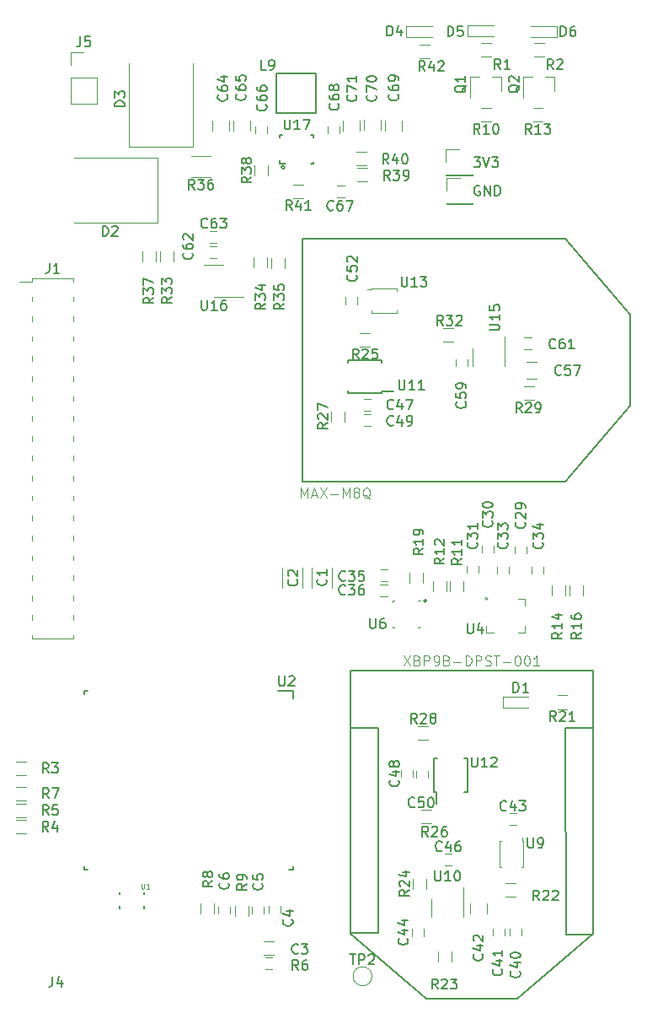
<source format=gbr>
G04 #@! TF.GenerationSoftware,KiCad,Pcbnew,(5.0.0-rc2-dev-491-g430239499)*
G04 #@! TF.CreationDate,2018-09-21T18:59:49-07:00*
G04 #@! TF.ProjectId,PCB_Rev3,5043425F526576332E6B696361645F70,rev?*
G04 #@! TF.SameCoordinates,Original*
G04 #@! TF.FileFunction,Legend,Top*
G04 #@! TF.FilePolarity,Positive*
%FSLAX46Y46*%
G04 Gerber Fmt 4.6, Leading zero omitted, Abs format (unit mm)*
G04 Created by KiCad (PCBNEW (5.0.0-rc2-dev-491-g430239499)) date 09/21/18 18:59:49*
%MOMM*%
%LPD*%
G01*
G04 APERTURE LIST*
%ADD10C,0.200000*%
%ADD11C,0.120000*%
%ADD12C,0.152400*%
%ADD13C,0.150000*%
%ADD14C,0.100000*%
%ADD15C,0.125000*%
%ADD16C,0.050000*%
G04 APERTURE END LIST*
D10*
X178863050Y-105816400D02*
G75*
G03X178863050Y-105816400I-148650J0D01*
G01*
X173990000Y-139192000D02*
X171196000Y-139192000D01*
X173990000Y-118618000D02*
X173990000Y-139192000D01*
X171196000Y-118618000D02*
X173990000Y-118618000D01*
X192913000Y-139319000D02*
X195453000Y-139319000D01*
X192786000Y-118618000D02*
X192913000Y-139319000D01*
X195580000Y-118618000D02*
X192786000Y-118618000D01*
D11*
X180851500Y-63351100D02*
X182181500Y-63351100D01*
X180851500Y-64681100D02*
X180851500Y-63351100D01*
X180851500Y-65951100D02*
X183511500Y-65951100D01*
X183511500Y-65951100D02*
X183511500Y-66011100D01*
X180851500Y-65951100D02*
X180851500Y-66011100D01*
X180851500Y-66011100D02*
X183511500Y-66011100D01*
D12*
X144464999Y-114850001D02*
X144815001Y-114850001D01*
X144464999Y-114850001D02*
X144464999Y-115200003D01*
X144464999Y-132450002D02*
X144464999Y-132800004D01*
X144464999Y-132800004D02*
X144815001Y-132800004D01*
X165064999Y-132800004D02*
X165415001Y-132800004D01*
X165415001Y-132450002D02*
X165415001Y-132800004D01*
X165415001Y-114850001D02*
X165415001Y-115600002D01*
X163940000Y-114850001D02*
X165415001Y-114850001D01*
D13*
X164573104Y-62306500D02*
G75*
G03X164573104Y-62306500I-179605J0D01*
G01*
D12*
X167465499Y-61953501D02*
X167465499Y-61753499D01*
X167465499Y-61953501D02*
X167265497Y-61953501D01*
X167465499Y-59303501D02*
X167465499Y-59103499D01*
X167465499Y-59103499D02*
X167265497Y-59103499D01*
X164315501Y-59103499D02*
X164115499Y-59103499D01*
X164115499Y-59303501D02*
X164115499Y-59103499D01*
X164690499Y-61953501D02*
X164115499Y-61953501D01*
X164115499Y-61953501D02*
X164115499Y-61628500D01*
D11*
X194609000Y-104275000D02*
X194609000Y-105275000D01*
X193249000Y-105275000D02*
X193249000Y-104275000D01*
X173365200Y-143510000D02*
G75*
G03X173365200Y-143510000I-950000J0D01*
G01*
X176782500Y-48129100D02*
X179382500Y-48129100D01*
X176782500Y-49229100D02*
X179382500Y-49229100D01*
X176782500Y-48129100D02*
X176782500Y-49229100D01*
X178125500Y-49967600D02*
X179125500Y-49967600D01*
X179125500Y-51327600D02*
X178125500Y-51327600D01*
X186507800Y-115451800D02*
X189107800Y-115451800D01*
X186507800Y-116551800D02*
X189107800Y-116551800D01*
X186507800Y-115451800D02*
X186507800Y-116551800D01*
X192998800Y-116681800D02*
X191998800Y-116681800D01*
X191998800Y-115321800D02*
X192998800Y-115321800D01*
X188646000Y-84283000D02*
X189646000Y-84283000D01*
X189646000Y-85643000D02*
X188646000Y-85643000D01*
X187741000Y-101061000D02*
X187741000Y-100361000D01*
X188941000Y-100361000D02*
X188941000Y-101061000D01*
X185639000Y-100300000D02*
X185639000Y-101000000D01*
X184439000Y-101000000D02*
X184439000Y-100300000D01*
X182915000Y-103032000D02*
X182915000Y-102332000D01*
X184115000Y-102332000D02*
X184115000Y-103032000D01*
X185963000Y-103093000D02*
X185963000Y-102393000D01*
X187163000Y-102393000D02*
X187163000Y-103093000D01*
X190592000Y-102393000D02*
X190592000Y-103093000D01*
X189392000Y-103093000D02*
X189392000Y-102393000D01*
X174914000Y-103851000D02*
X174214000Y-103851000D01*
X174214000Y-102651000D02*
X174914000Y-102651000D01*
X174209000Y-104175000D02*
X174909000Y-104175000D01*
X174909000Y-105375000D02*
X174209000Y-105375000D01*
X188369500Y-138717500D02*
X188369500Y-139417500D01*
X187169500Y-139417500D02*
X187169500Y-138717500D01*
X185518500Y-139417500D02*
X185518500Y-138717500D01*
X186718500Y-138717500D02*
X186718500Y-139417500D01*
X183236500Y-136235500D02*
X183236500Y-137235500D01*
X184936500Y-137235500D02*
X184936500Y-136235500D01*
X187865500Y-128298500D02*
X187165500Y-128298500D01*
X187165500Y-127098500D02*
X187865500Y-127098500D01*
X178585500Y-138776000D02*
X178585500Y-139476000D01*
X177385500Y-139476000D02*
X177385500Y-138776000D01*
X180688500Y-131162500D02*
X181388500Y-131162500D01*
X181388500Y-132362500D02*
X180688500Y-132362500D01*
X173255442Y-86783407D02*
X172555442Y-86783407D01*
X172555442Y-85583407D02*
X173255442Y-85583407D01*
X177511000Y-122837500D02*
X177511000Y-123537500D01*
X176311000Y-123537500D02*
X176311000Y-122837500D01*
X172555442Y-87107407D02*
X173255442Y-87107407D01*
X173255442Y-88307407D02*
X172555442Y-88307407D01*
X177835000Y-123606000D02*
X177835000Y-122906000D01*
X179035000Y-122906000D02*
X179035000Y-123606000D01*
X170723000Y-76042000D02*
X170723000Y-75342000D01*
X171923000Y-75342000D02*
X171923000Y-76042000D01*
X188877000Y-83527000D02*
X189877000Y-83527000D01*
X189877000Y-81827000D02*
X188877000Y-81827000D01*
X181772000Y-82265000D02*
X181772000Y-81565000D01*
X182972000Y-81565000D02*
X182972000Y-82265000D01*
X188687000Y-79410000D02*
X189387000Y-79410000D01*
X189387000Y-80610000D02*
X188687000Y-80610000D01*
X157069000Y-70266000D02*
X157769000Y-70266000D01*
X157769000Y-71466000D02*
X157069000Y-71466000D01*
X157769000Y-69942000D02*
X157069000Y-69942000D01*
X157069000Y-68742000D02*
X157769000Y-68742000D01*
X157328500Y-57666000D02*
X157328500Y-58666000D01*
X159028500Y-58666000D02*
X159028500Y-57666000D01*
X161124000Y-58622500D02*
X161124000Y-57622500D01*
X159424000Y-57622500D02*
X159424000Y-58622500D01*
X161642500Y-58902000D02*
X161642500Y-58202000D01*
X162842500Y-58202000D02*
X162842500Y-58902000D01*
X170591000Y-65306500D02*
X169891000Y-65306500D01*
X169891000Y-64106500D02*
X170591000Y-64106500D01*
X170145000Y-58199500D02*
X170145000Y-58899500D01*
X168945000Y-58899500D02*
X168945000Y-58199500D01*
X176364000Y-58602500D02*
X176364000Y-57602500D01*
X174664000Y-57602500D02*
X174664000Y-58602500D01*
X174268500Y-58582500D02*
X174268500Y-57582500D01*
X172568500Y-57582500D02*
X172568500Y-58582500D01*
X170473000Y-57622500D02*
X170473000Y-58622500D01*
X172173000Y-58622500D02*
X172173000Y-57622500D01*
X151831500Y-61393000D02*
X151831500Y-67893000D01*
X151831500Y-61393000D02*
X143431500Y-61393000D01*
X151831500Y-67893000D02*
X143431500Y-67893000D01*
X148896000Y-60264500D02*
X148896000Y-51864500D01*
X155396000Y-60264500D02*
X155396000Y-51864500D01*
X155396000Y-60264500D02*
X148896000Y-60264500D01*
X143069000Y-50740000D02*
X144399000Y-50740000D01*
X143069000Y-52070000D02*
X143069000Y-50740000D01*
X143069000Y-53340000D02*
X145729000Y-53340000D01*
X145729000Y-53340000D02*
X145729000Y-55940000D01*
X143069000Y-53340000D02*
X143069000Y-55940000D01*
X143069000Y-55940000D02*
X145729000Y-55940000D01*
D13*
X163735000Y-52864000D02*
X163735000Y-56864000D01*
X167735000Y-52864000D02*
X167735000Y-56864000D01*
X163735000Y-56864000D02*
X167735000Y-56864000D01*
X163735000Y-52864000D02*
X167735000Y-52864000D01*
D11*
X191471000Y-105275000D02*
X191471000Y-104275000D01*
X192831000Y-104275000D02*
X192831000Y-105275000D01*
X178480000Y-103005000D02*
X178480000Y-104005000D01*
X177120000Y-104005000D02*
X177120000Y-103005000D01*
X187804500Y-135490500D02*
X186804500Y-135490500D01*
X186804500Y-134130500D02*
X187804500Y-134130500D01*
X179977500Y-141998500D02*
X179977500Y-140998500D01*
X181337500Y-140998500D02*
X181337500Y-141998500D01*
X177437500Y-134718500D02*
X177437500Y-133718500D01*
X178797500Y-133718500D02*
X178797500Y-134718500D01*
X173177000Y-80309000D02*
X172177000Y-80309000D01*
X172177000Y-78949000D02*
X173177000Y-78949000D01*
X178316000Y-126828000D02*
X179316000Y-126828000D01*
X179316000Y-128188000D02*
X178316000Y-128188000D01*
X170606000Y-86833000D02*
X170606000Y-87833000D01*
X169246000Y-87833000D02*
X169246000Y-86833000D01*
X179019000Y-119806000D02*
X178019000Y-119806000D01*
X178019000Y-118446000D02*
X179019000Y-118446000D01*
X180559000Y-78441000D02*
X181559000Y-78441000D01*
X181559000Y-79801000D02*
X180559000Y-79801000D01*
X152095720Y-71724968D02*
X152095720Y-70724968D01*
X153455720Y-70724968D02*
X153455720Y-71724968D01*
X161499000Y-72382000D02*
X161499000Y-71382000D01*
X162859000Y-71382000D02*
X162859000Y-72382000D01*
X163277000Y-72423468D02*
X163277000Y-71423468D01*
X164637000Y-71423468D02*
X164637000Y-72423468D01*
X155178500Y-61160000D02*
X157178500Y-61160000D01*
X157178500Y-63300000D02*
X155178500Y-63300000D01*
X150254220Y-71745468D02*
X150254220Y-70745468D01*
X151614220Y-70745468D02*
X151614220Y-71745468D01*
X161562500Y-63131500D02*
X161562500Y-62131500D01*
X162922500Y-62131500D02*
X162922500Y-63131500D01*
X172859500Y-63735500D02*
X171859500Y-63735500D01*
X171859500Y-62375500D02*
X172859500Y-62375500D01*
X171839000Y-60724500D02*
X172839000Y-60724500D01*
X172839000Y-62084500D02*
X171839000Y-62084500D01*
X165468500Y-64026500D02*
X166468500Y-64026500D01*
X166468500Y-65386500D02*
X165468500Y-65386500D01*
X185617000Y-109015000D02*
X184867000Y-109015000D01*
X188767000Y-108315000D02*
X188767000Y-109015000D01*
X188017000Y-105615000D02*
X188767000Y-105615000D01*
X188767000Y-105615000D02*
X188767000Y-106315000D01*
X188767000Y-109015000D02*
X188017000Y-109015000D01*
X184867000Y-109015000D02*
X184867000Y-108315000D01*
X185017000Y-105615000D02*
G75*
G03X185017000Y-105615000I-150000J0D01*
G01*
X184927000Y-105615000D02*
G75*
G03X184927000Y-105615000I-60000J0D01*
G01*
D14*
X177984000Y-105838000D02*
X178234000Y-105838000D01*
X178134000Y-108538000D02*
X177984000Y-108538000D01*
X178134000Y-108388000D02*
X178134000Y-108538000D01*
X175434000Y-108538000D02*
X175434000Y-108388000D01*
X175434000Y-108538000D02*
X175584000Y-108538000D01*
X175434000Y-105838000D02*
X175584000Y-105838000D01*
X175424000Y-105838000D02*
X175424000Y-105988000D01*
D11*
X186188500Y-129954500D02*
X186388500Y-129954500D01*
X188488500Y-129954500D02*
X188488500Y-129554500D01*
X188588500Y-129954500D02*
X188488500Y-129954500D01*
X188588500Y-132554500D02*
X188588500Y-129954500D01*
X188388500Y-132554500D02*
X188588500Y-132554500D01*
X186188500Y-132554500D02*
X186388500Y-132554500D01*
X186188500Y-129954500D02*
X186188500Y-132554500D01*
X182521500Y-137568500D02*
X182521500Y-134618500D01*
X179301500Y-135768500D02*
X179301500Y-137568500D01*
D13*
X174331500Y-84762000D02*
X175556500Y-84762000D01*
X174331500Y-81637000D02*
X170981500Y-81637000D01*
X174331500Y-84987000D02*
X170981500Y-84987000D01*
X174331500Y-81637000D02*
X174331500Y-81937000D01*
X170981500Y-81637000D02*
X170981500Y-81937000D01*
X170981500Y-84987000D02*
X170981500Y-84687000D01*
X174331500Y-84987000D02*
X174331500Y-84762000D01*
X179617500Y-124992000D02*
X179842500Y-124992000D01*
X179617500Y-121642000D02*
X179917500Y-121642000D01*
X182967500Y-121642000D02*
X182667500Y-121642000D01*
X182967500Y-124992000D02*
X182667500Y-124992000D01*
X179617500Y-124992000D02*
X179617500Y-121642000D01*
X182967500Y-124992000D02*
X182967500Y-121642000D01*
X179842500Y-124992000D02*
X179842500Y-126217000D01*
D11*
X173299000Y-76896000D02*
X175899000Y-76896000D01*
X175899000Y-76896000D02*
X175899000Y-76696000D01*
X175899000Y-74696000D02*
X175899000Y-74496000D01*
X175899000Y-74496000D02*
X173299000Y-74496000D01*
X173299000Y-74496000D02*
X173299000Y-74596000D01*
X173299000Y-74596000D02*
X172899000Y-74596000D01*
X173299000Y-76896000D02*
X173299000Y-76696000D01*
X183492500Y-80443500D02*
X183492500Y-82243500D01*
X186712500Y-82243500D02*
X186712500Y-79293500D01*
X157452220Y-75313968D02*
X160452220Y-75313968D01*
X156452220Y-72073968D02*
X158452220Y-72073968D01*
X167322832Y-102532168D02*
X167322832Y-104532168D01*
X169362832Y-104532168D02*
X169362832Y-102532168D01*
X166374000Y-104537000D02*
X166374000Y-102537000D01*
X164334000Y-102537000D02*
X164334000Y-104537000D01*
X164176000Y-136429000D02*
X164176000Y-137129000D01*
X162976000Y-137129000D02*
X162976000Y-136429000D01*
X161325000Y-137195000D02*
X161325000Y-136495000D01*
X162525000Y-136495000D02*
X162525000Y-137195000D01*
X159096000Y-136495000D02*
X159096000Y-137195000D01*
X157896000Y-137195000D02*
X157896000Y-136495000D01*
X157525000Y-136195000D02*
X157525000Y-137195000D01*
X156165000Y-137195000D02*
X156165000Y-136195000D01*
X160954000Y-136449000D02*
X160954000Y-137449000D01*
X159594000Y-137449000D02*
X159594000Y-136449000D01*
D12*
X150427000Y-136671799D02*
X150427000Y-136456338D01*
X148023000Y-136456338D02*
X148023000Y-136671799D01*
X148023000Y-135067799D02*
X148023000Y-135283260D01*
X150427000Y-135283260D02*
X150427000Y-135067799D01*
D11*
X182544000Y-103851000D02*
X182544000Y-104851000D01*
X181184000Y-104851000D02*
X181184000Y-103851000D01*
X179533000Y-104851000D02*
X179533000Y-103851000D01*
X180893000Y-103851000D02*
X180893000Y-104851000D01*
D10*
X171198000Y-139226000D02*
X178788000Y-145756000D01*
X195578000Y-139226000D02*
X187988000Y-145756000D01*
X195578000Y-112816000D02*
X195578000Y-139226000D01*
X171198000Y-112816000D02*
X195578000Y-112816000D01*
X171198000Y-139226000D02*
X171198000Y-112816000D01*
X187988000Y-145756000D02*
X178788000Y-145756000D01*
X199350000Y-77061000D02*
X199350000Y-86261000D01*
X192820000Y-93851000D02*
X166410000Y-93851000D01*
X166410000Y-93851000D02*
X166410000Y-69471000D01*
X166410000Y-69471000D02*
X192820000Y-69471000D01*
X192820000Y-69471000D02*
X199350000Y-77061000D01*
X192820000Y-93851000D02*
X199350000Y-86261000D01*
D11*
X138592000Y-123298500D02*
X137592000Y-123298500D01*
X137592000Y-121938500D02*
X138592000Y-121938500D01*
X163352000Y-142840000D02*
X162652000Y-142840000D01*
X162652000Y-141640000D02*
X163352000Y-141640000D01*
X143337000Y-107279000D02*
X143337000Y-107759000D01*
X139217000Y-107279000D02*
X139217000Y-107759000D01*
X143337000Y-105279000D02*
X143337000Y-105759000D01*
X139217000Y-105279000D02*
X139217000Y-105759000D01*
X143337000Y-103279000D02*
X143337000Y-103759000D01*
X139217000Y-103279000D02*
X139217000Y-103759000D01*
X143337000Y-101279000D02*
X143337000Y-101759000D01*
X139217000Y-101279000D02*
X139217000Y-101759000D01*
X143337000Y-99279000D02*
X143337000Y-99759000D01*
X139217000Y-99279000D02*
X139217000Y-99759000D01*
X143337000Y-97279000D02*
X143337000Y-97759000D01*
X139217000Y-97279000D02*
X139217000Y-97759000D01*
X143337000Y-95279000D02*
X143337000Y-95759000D01*
X139217000Y-95279000D02*
X139217000Y-95759000D01*
X143337000Y-93279000D02*
X143337000Y-93759000D01*
X139217000Y-93279000D02*
X139217000Y-93759000D01*
X143337000Y-91279000D02*
X143337000Y-91759000D01*
X139217000Y-91279000D02*
X139217000Y-91759000D01*
X143337000Y-89279000D02*
X143337000Y-89759000D01*
X139217000Y-89279000D02*
X139217000Y-89759000D01*
X143337000Y-87279000D02*
X143337000Y-87759000D01*
X139217000Y-87279000D02*
X139217000Y-87759000D01*
X143337000Y-85279000D02*
X143337000Y-85759000D01*
X139217000Y-85279000D02*
X139217000Y-85759000D01*
X143337000Y-83279000D02*
X143337000Y-83759000D01*
X139217000Y-83279000D02*
X139217000Y-83759000D01*
X143337000Y-81279000D02*
X143337000Y-81759000D01*
X139217000Y-81279000D02*
X139217000Y-81759000D01*
X143337000Y-79279000D02*
X143337000Y-79759000D01*
X139217000Y-79279000D02*
X139217000Y-79759000D01*
X143337000Y-77279000D02*
X143337000Y-77759000D01*
X139217000Y-77279000D02*
X139217000Y-77759000D01*
X143337000Y-75279000D02*
X143337000Y-75759000D01*
X139217000Y-75279000D02*
X139217000Y-75759000D01*
X143337000Y-109279000D02*
X143337000Y-109579000D01*
X139217000Y-109279000D02*
X139217000Y-109579000D01*
X143337000Y-73459000D02*
X143337000Y-73759000D01*
X139217000Y-73459000D02*
X139217000Y-73759000D01*
X137962000Y-73759000D02*
X139217000Y-73759000D01*
X139217000Y-109579000D02*
X143337000Y-109579000D01*
X139217000Y-73459000D02*
X143337000Y-73459000D01*
X138592000Y-129204000D02*
X137592000Y-129204000D01*
X137592000Y-127844000D02*
X138592000Y-127844000D01*
X137592000Y-126193000D02*
X138592000Y-126193000D01*
X138592000Y-127553000D02*
X137592000Y-127553000D01*
X162525000Y-140036000D02*
X163525000Y-140036000D01*
X163525000Y-141396000D02*
X162525000Y-141396000D01*
X138633000Y-125902000D02*
X137633000Y-125902000D01*
X137633000Y-124542000D02*
X138633000Y-124542000D01*
X182964500Y-48091000D02*
X182964500Y-49191000D01*
X182964500Y-49191000D02*
X185564500Y-49191000D01*
X182964500Y-48091000D02*
X185564500Y-48091000D01*
X191926800Y-49216400D02*
X189326800Y-49216400D01*
X191926800Y-48116400D02*
X189326800Y-48116400D01*
X191926800Y-49216400D02*
X191926800Y-48116400D01*
X184305500Y-49866000D02*
X185305500Y-49866000D01*
X185305500Y-51226000D02*
X184305500Y-51226000D01*
X190682500Y-51226000D02*
X189682500Y-51226000D01*
X189682500Y-49866000D02*
X190682500Y-49866000D01*
X185343600Y-57728400D02*
X184343600Y-57728400D01*
X184343600Y-56368400D02*
X185343600Y-56368400D01*
X190542800Y-57728400D02*
X189542800Y-57728400D01*
X189542800Y-56368400D02*
X190542800Y-56368400D01*
X186365000Y-53215000D02*
X186365000Y-54675000D01*
X183205000Y-53215000D02*
X183205000Y-55375000D01*
X183205000Y-53215000D02*
X184135000Y-53215000D01*
X186365000Y-53215000D02*
X185435000Y-53215000D01*
X191724400Y-53189600D02*
X190794400Y-53189600D01*
X188564400Y-53189600D02*
X189494400Y-53189600D01*
X188564400Y-53189600D02*
X188564400Y-55349600D01*
X191724400Y-53189600D02*
X191724400Y-54649600D01*
X180788000Y-63140900D02*
X183448000Y-63140900D01*
X180788000Y-63080900D02*
X180788000Y-63140900D01*
X183448000Y-63080900D02*
X183448000Y-63140900D01*
X180788000Y-63080900D02*
X183448000Y-63080900D01*
X180788000Y-61810900D02*
X180788000Y-60480900D01*
X180788000Y-60480900D02*
X182118000Y-60480900D01*
D13*
X184188195Y-64181100D02*
X184092957Y-64133480D01*
X183950100Y-64133480D01*
X183807242Y-64181100D01*
X183712004Y-64276338D01*
X183664385Y-64371576D01*
X183616766Y-64562052D01*
X183616766Y-64704909D01*
X183664385Y-64895385D01*
X183712004Y-64990623D01*
X183807242Y-65085861D01*
X183950100Y-65133480D01*
X184045338Y-65133480D01*
X184188195Y-65085861D01*
X184235814Y-65038242D01*
X184235814Y-64704909D01*
X184045338Y-64704909D01*
X184664385Y-65133480D02*
X184664385Y-64133480D01*
X185235814Y-65133480D01*
X185235814Y-64133480D01*
X185712004Y-65133480D02*
X185712004Y-64133480D01*
X185950100Y-64133480D01*
X186092957Y-64181100D01*
X186188195Y-64276338D01*
X186235814Y-64371576D01*
X186283433Y-64562052D01*
X186283433Y-64704909D01*
X186235814Y-64895385D01*
X186188195Y-64990623D01*
X186092957Y-65085861D01*
X185950100Y-65133480D01*
X185712004Y-65133480D01*
X164020595Y-113358680D02*
X164020595Y-114168204D01*
X164068214Y-114263442D01*
X164115833Y-114311061D01*
X164211071Y-114358680D01*
X164401547Y-114358680D01*
X164496785Y-114311061D01*
X164544404Y-114263442D01*
X164592023Y-114168204D01*
X164592023Y-113358680D01*
X165020595Y-113453919D02*
X165068214Y-113406300D01*
X165163452Y-113358680D01*
X165401547Y-113358680D01*
X165496785Y-113406300D01*
X165544404Y-113453919D01*
X165592023Y-113549157D01*
X165592023Y-113644395D01*
X165544404Y-113787252D01*
X164972976Y-114358680D01*
X165592023Y-114358680D01*
X164560404Y-57504080D02*
X164560404Y-58313604D01*
X164608023Y-58408842D01*
X164655642Y-58456461D01*
X164750880Y-58504080D01*
X164941357Y-58504080D01*
X165036595Y-58456461D01*
X165084214Y-58408842D01*
X165131833Y-58313604D01*
X165131833Y-57504080D01*
X166131833Y-58504080D02*
X165560404Y-58504080D01*
X165846119Y-58504080D02*
X165846119Y-57504080D01*
X165750880Y-57646938D01*
X165655642Y-57742176D01*
X165560404Y-57789795D01*
X166465166Y-57504080D02*
X167131833Y-57504080D01*
X166703261Y-58504080D01*
X194381380Y-109016857D02*
X193905190Y-109350190D01*
X194381380Y-109588285D02*
X193381380Y-109588285D01*
X193381380Y-109207333D01*
X193429000Y-109112095D01*
X193476619Y-109064476D01*
X193571857Y-109016857D01*
X193714714Y-109016857D01*
X193809952Y-109064476D01*
X193857571Y-109112095D01*
X193905190Y-109207333D01*
X193905190Y-109588285D01*
X194381380Y-108064476D02*
X194381380Y-108635904D01*
X194381380Y-108350190D02*
X193381380Y-108350190D01*
X193524238Y-108445428D01*
X193619476Y-108540666D01*
X193667095Y-108635904D01*
X193381380Y-107207333D02*
X193381380Y-107397809D01*
X193429000Y-107493047D01*
X193476619Y-107540666D01*
X193619476Y-107635904D01*
X193809952Y-107683523D01*
X194190904Y-107683523D01*
X194286142Y-107635904D01*
X194333761Y-107588285D01*
X194381380Y-107493047D01*
X194381380Y-107302571D01*
X194333761Y-107207333D01*
X194286142Y-107159714D01*
X194190904Y-107112095D01*
X193952809Y-107112095D01*
X193857571Y-107159714D01*
X193809952Y-107207333D01*
X193762333Y-107302571D01*
X193762333Y-107493047D01*
X193809952Y-107588285D01*
X193857571Y-107635904D01*
X193952809Y-107683523D01*
X171153295Y-141314380D02*
X171724723Y-141314380D01*
X171439009Y-142314380D02*
X171439009Y-141314380D01*
X172058057Y-142314380D02*
X172058057Y-141314380D01*
X172439009Y-141314380D01*
X172534247Y-141362000D01*
X172581866Y-141409619D01*
X172629485Y-141504857D01*
X172629485Y-141647714D01*
X172581866Y-141742952D01*
X172534247Y-141790571D01*
X172439009Y-141838190D01*
X172058057Y-141838190D01*
X173010438Y-141409619D02*
X173058057Y-141362000D01*
X173153295Y-141314380D01*
X173391390Y-141314380D01*
X173486628Y-141362000D01*
X173534247Y-141409619D01*
X173581866Y-141504857D01*
X173581866Y-141600095D01*
X173534247Y-141742952D01*
X172962819Y-142314380D01*
X173581866Y-142314380D01*
X174877504Y-49106080D02*
X174877504Y-48106080D01*
X175115600Y-48106080D01*
X175258457Y-48153700D01*
X175353695Y-48248938D01*
X175401314Y-48344176D01*
X175448933Y-48534652D01*
X175448933Y-48677509D01*
X175401314Y-48867985D01*
X175353695Y-48963223D01*
X175258457Y-49058461D01*
X175115600Y-49106080D01*
X174877504Y-49106080D01*
X176306076Y-48439414D02*
X176306076Y-49106080D01*
X176067980Y-48058461D02*
X175829885Y-48772747D01*
X176448933Y-48772747D01*
X178693842Y-52649380D02*
X178360509Y-52173190D01*
X178122414Y-52649380D02*
X178122414Y-51649380D01*
X178503366Y-51649380D01*
X178598604Y-51697000D01*
X178646223Y-51744619D01*
X178693842Y-51839857D01*
X178693842Y-51982714D01*
X178646223Y-52077952D01*
X178598604Y-52125571D01*
X178503366Y-52173190D01*
X178122414Y-52173190D01*
X179550985Y-51982714D02*
X179550985Y-52649380D01*
X179312890Y-51601761D02*
X179074795Y-52316047D01*
X179693842Y-52316047D01*
X180027176Y-51744619D02*
X180074795Y-51697000D01*
X180170033Y-51649380D01*
X180408128Y-51649380D01*
X180503366Y-51697000D01*
X180550985Y-51744619D01*
X180598604Y-51839857D01*
X180598604Y-51935095D01*
X180550985Y-52077952D01*
X179979557Y-52649380D01*
X180598604Y-52649380D01*
X187569704Y-115004180D02*
X187569704Y-114004180D01*
X187807800Y-114004180D01*
X187950657Y-114051800D01*
X188045895Y-114147038D01*
X188093514Y-114242276D01*
X188141133Y-114432752D01*
X188141133Y-114575609D01*
X188093514Y-114766085D01*
X188045895Y-114861323D01*
X187950657Y-114956561D01*
X187807800Y-115004180D01*
X187569704Y-115004180D01*
X189093514Y-115004180D02*
X188522085Y-115004180D01*
X188807800Y-115004180D02*
X188807800Y-114004180D01*
X188712561Y-114147038D01*
X188617323Y-114242276D01*
X188522085Y-114289895D01*
X191855942Y-117904180D02*
X191522609Y-117427990D01*
X191284514Y-117904180D02*
X191284514Y-116904180D01*
X191665466Y-116904180D01*
X191760704Y-116951800D01*
X191808323Y-116999419D01*
X191855942Y-117094657D01*
X191855942Y-117237514D01*
X191808323Y-117332752D01*
X191760704Y-117380371D01*
X191665466Y-117427990D01*
X191284514Y-117427990D01*
X192236895Y-116999419D02*
X192284514Y-116951800D01*
X192379752Y-116904180D01*
X192617847Y-116904180D01*
X192713085Y-116951800D01*
X192760704Y-116999419D01*
X192808323Y-117094657D01*
X192808323Y-117189895D01*
X192760704Y-117332752D01*
X192189276Y-117904180D01*
X192808323Y-117904180D01*
X193760704Y-117904180D02*
X193189276Y-117904180D01*
X193474990Y-117904180D02*
X193474990Y-116904180D01*
X193379752Y-117047038D01*
X193284514Y-117142276D01*
X193189276Y-117189895D01*
X188434742Y-86939380D02*
X188101409Y-86463190D01*
X187863314Y-86939380D02*
X187863314Y-85939380D01*
X188244266Y-85939380D01*
X188339504Y-85987000D01*
X188387123Y-86034619D01*
X188434742Y-86129857D01*
X188434742Y-86272714D01*
X188387123Y-86367952D01*
X188339504Y-86415571D01*
X188244266Y-86463190D01*
X187863314Y-86463190D01*
X188815695Y-86034619D02*
X188863314Y-85987000D01*
X188958552Y-85939380D01*
X189196647Y-85939380D01*
X189291885Y-85987000D01*
X189339504Y-86034619D01*
X189387123Y-86129857D01*
X189387123Y-86225095D01*
X189339504Y-86367952D01*
X188768076Y-86939380D01*
X189387123Y-86939380D01*
X189863314Y-86939380D02*
X190053790Y-86939380D01*
X190149028Y-86891761D01*
X190196647Y-86844142D01*
X190291885Y-86701285D01*
X190339504Y-86510809D01*
X190339504Y-86129857D01*
X190291885Y-86034619D01*
X190244266Y-85987000D01*
X190149028Y-85939380D01*
X189958552Y-85939380D01*
X189863314Y-85987000D01*
X189815695Y-86034619D01*
X189768076Y-86129857D01*
X189768076Y-86367952D01*
X189815695Y-86463190D01*
X189863314Y-86510809D01*
X189958552Y-86558428D01*
X190149028Y-86558428D01*
X190244266Y-86510809D01*
X190291885Y-86463190D01*
X190339504Y-86367952D01*
X188698142Y-97924857D02*
X188745761Y-97972476D01*
X188793380Y-98115333D01*
X188793380Y-98210571D01*
X188745761Y-98353428D01*
X188650523Y-98448666D01*
X188555285Y-98496285D01*
X188364809Y-98543904D01*
X188221952Y-98543904D01*
X188031476Y-98496285D01*
X187936238Y-98448666D01*
X187841000Y-98353428D01*
X187793380Y-98210571D01*
X187793380Y-98115333D01*
X187841000Y-97972476D01*
X187888619Y-97924857D01*
X187888619Y-97543904D02*
X187841000Y-97496285D01*
X187793380Y-97401047D01*
X187793380Y-97162952D01*
X187841000Y-97067714D01*
X187888619Y-97020095D01*
X187983857Y-96972476D01*
X188079095Y-96972476D01*
X188221952Y-97020095D01*
X188793380Y-97591523D01*
X188793380Y-96972476D01*
X188793380Y-96496285D02*
X188793380Y-96305809D01*
X188745761Y-96210571D01*
X188698142Y-96162952D01*
X188555285Y-96067714D01*
X188364809Y-96020095D01*
X187983857Y-96020095D01*
X187888619Y-96067714D01*
X187841000Y-96115333D01*
X187793380Y-96210571D01*
X187793380Y-96401047D01*
X187841000Y-96496285D01*
X187888619Y-96543904D01*
X187983857Y-96591523D01*
X188221952Y-96591523D01*
X188317190Y-96543904D01*
X188364809Y-96496285D01*
X188412428Y-96401047D01*
X188412428Y-96210571D01*
X188364809Y-96115333D01*
X188317190Y-96067714D01*
X188221952Y-96020095D01*
X185396142Y-97797857D02*
X185443761Y-97845476D01*
X185491380Y-97988333D01*
X185491380Y-98083571D01*
X185443761Y-98226428D01*
X185348523Y-98321666D01*
X185253285Y-98369285D01*
X185062809Y-98416904D01*
X184919952Y-98416904D01*
X184729476Y-98369285D01*
X184634238Y-98321666D01*
X184539000Y-98226428D01*
X184491380Y-98083571D01*
X184491380Y-97988333D01*
X184539000Y-97845476D01*
X184586619Y-97797857D01*
X184491380Y-97464523D02*
X184491380Y-96845476D01*
X184872333Y-97178809D01*
X184872333Y-97035952D01*
X184919952Y-96940714D01*
X184967571Y-96893095D01*
X185062809Y-96845476D01*
X185300904Y-96845476D01*
X185396142Y-96893095D01*
X185443761Y-96940714D01*
X185491380Y-97035952D01*
X185491380Y-97321666D01*
X185443761Y-97416904D01*
X185396142Y-97464523D01*
X184491380Y-96226428D02*
X184491380Y-96131190D01*
X184539000Y-96035952D01*
X184586619Y-95988333D01*
X184681857Y-95940714D01*
X184872333Y-95893095D01*
X185110428Y-95893095D01*
X185300904Y-95940714D01*
X185396142Y-95988333D01*
X185443761Y-96035952D01*
X185491380Y-96131190D01*
X185491380Y-96226428D01*
X185443761Y-96321666D01*
X185396142Y-96369285D01*
X185300904Y-96416904D01*
X185110428Y-96464523D01*
X184872333Y-96464523D01*
X184681857Y-96416904D01*
X184586619Y-96369285D01*
X184539000Y-96321666D01*
X184491380Y-96226428D01*
X183872142Y-99956857D02*
X183919761Y-100004476D01*
X183967380Y-100147333D01*
X183967380Y-100242571D01*
X183919761Y-100385428D01*
X183824523Y-100480666D01*
X183729285Y-100528285D01*
X183538809Y-100575904D01*
X183395952Y-100575904D01*
X183205476Y-100528285D01*
X183110238Y-100480666D01*
X183015000Y-100385428D01*
X182967380Y-100242571D01*
X182967380Y-100147333D01*
X183015000Y-100004476D01*
X183062619Y-99956857D01*
X182967380Y-99623523D02*
X182967380Y-99004476D01*
X183348333Y-99337809D01*
X183348333Y-99194952D01*
X183395952Y-99099714D01*
X183443571Y-99052095D01*
X183538809Y-99004476D01*
X183776904Y-99004476D01*
X183872142Y-99052095D01*
X183919761Y-99099714D01*
X183967380Y-99194952D01*
X183967380Y-99480666D01*
X183919761Y-99575904D01*
X183872142Y-99623523D01*
X183967380Y-98052095D02*
X183967380Y-98623523D01*
X183967380Y-98337809D02*
X182967380Y-98337809D01*
X183110238Y-98433047D01*
X183205476Y-98528285D01*
X183253095Y-98623523D01*
X186920142Y-99956857D02*
X186967761Y-100004476D01*
X187015380Y-100147333D01*
X187015380Y-100242571D01*
X186967761Y-100385428D01*
X186872523Y-100480666D01*
X186777285Y-100528285D01*
X186586809Y-100575904D01*
X186443952Y-100575904D01*
X186253476Y-100528285D01*
X186158238Y-100480666D01*
X186063000Y-100385428D01*
X186015380Y-100242571D01*
X186015380Y-100147333D01*
X186063000Y-100004476D01*
X186110619Y-99956857D01*
X186015380Y-99623523D02*
X186015380Y-99004476D01*
X186396333Y-99337809D01*
X186396333Y-99194952D01*
X186443952Y-99099714D01*
X186491571Y-99052095D01*
X186586809Y-99004476D01*
X186824904Y-99004476D01*
X186920142Y-99052095D01*
X186967761Y-99099714D01*
X187015380Y-99194952D01*
X187015380Y-99480666D01*
X186967761Y-99575904D01*
X186920142Y-99623523D01*
X186015380Y-98671142D02*
X186015380Y-98052095D01*
X186396333Y-98385428D01*
X186396333Y-98242571D01*
X186443952Y-98147333D01*
X186491571Y-98099714D01*
X186586809Y-98052095D01*
X186824904Y-98052095D01*
X186920142Y-98099714D01*
X186967761Y-98147333D01*
X187015380Y-98242571D01*
X187015380Y-98528285D01*
X186967761Y-98623523D01*
X186920142Y-98671142D01*
X190476142Y-99956857D02*
X190523761Y-100004476D01*
X190571380Y-100147333D01*
X190571380Y-100242571D01*
X190523761Y-100385428D01*
X190428523Y-100480666D01*
X190333285Y-100528285D01*
X190142809Y-100575904D01*
X189999952Y-100575904D01*
X189809476Y-100528285D01*
X189714238Y-100480666D01*
X189619000Y-100385428D01*
X189571380Y-100242571D01*
X189571380Y-100147333D01*
X189619000Y-100004476D01*
X189666619Y-99956857D01*
X189571380Y-99623523D02*
X189571380Y-99004476D01*
X189952333Y-99337809D01*
X189952333Y-99194952D01*
X189999952Y-99099714D01*
X190047571Y-99052095D01*
X190142809Y-99004476D01*
X190380904Y-99004476D01*
X190476142Y-99052095D01*
X190523761Y-99099714D01*
X190571380Y-99194952D01*
X190571380Y-99480666D01*
X190523761Y-99575904D01*
X190476142Y-99623523D01*
X189904714Y-98147333D02*
X190571380Y-98147333D01*
X189523761Y-98385428D02*
X190238047Y-98623523D01*
X190238047Y-98004476D01*
X170680142Y-103735142D02*
X170632523Y-103782761D01*
X170489666Y-103830380D01*
X170394428Y-103830380D01*
X170251571Y-103782761D01*
X170156333Y-103687523D01*
X170108714Y-103592285D01*
X170061095Y-103401809D01*
X170061095Y-103258952D01*
X170108714Y-103068476D01*
X170156333Y-102973238D01*
X170251571Y-102878000D01*
X170394428Y-102830380D01*
X170489666Y-102830380D01*
X170632523Y-102878000D01*
X170680142Y-102925619D01*
X171013476Y-102830380D02*
X171632523Y-102830380D01*
X171299190Y-103211333D01*
X171442047Y-103211333D01*
X171537285Y-103258952D01*
X171584904Y-103306571D01*
X171632523Y-103401809D01*
X171632523Y-103639904D01*
X171584904Y-103735142D01*
X171537285Y-103782761D01*
X171442047Y-103830380D01*
X171156333Y-103830380D01*
X171061095Y-103782761D01*
X171013476Y-103735142D01*
X172537285Y-102830380D02*
X172061095Y-102830380D01*
X172013476Y-103306571D01*
X172061095Y-103258952D01*
X172156333Y-103211333D01*
X172394428Y-103211333D01*
X172489666Y-103258952D01*
X172537285Y-103306571D01*
X172584904Y-103401809D01*
X172584904Y-103639904D01*
X172537285Y-103735142D01*
X172489666Y-103782761D01*
X172394428Y-103830380D01*
X172156333Y-103830380D01*
X172061095Y-103782761D01*
X172013476Y-103735142D01*
X170680142Y-105132142D02*
X170632523Y-105179761D01*
X170489666Y-105227380D01*
X170394428Y-105227380D01*
X170251571Y-105179761D01*
X170156333Y-105084523D01*
X170108714Y-104989285D01*
X170061095Y-104798809D01*
X170061095Y-104655952D01*
X170108714Y-104465476D01*
X170156333Y-104370238D01*
X170251571Y-104275000D01*
X170394428Y-104227380D01*
X170489666Y-104227380D01*
X170632523Y-104275000D01*
X170680142Y-104322619D01*
X171013476Y-104227380D02*
X171632523Y-104227380D01*
X171299190Y-104608333D01*
X171442047Y-104608333D01*
X171537285Y-104655952D01*
X171584904Y-104703571D01*
X171632523Y-104798809D01*
X171632523Y-105036904D01*
X171584904Y-105132142D01*
X171537285Y-105179761D01*
X171442047Y-105227380D01*
X171156333Y-105227380D01*
X171061095Y-105179761D01*
X171013476Y-105132142D01*
X172489666Y-104227380D02*
X172299190Y-104227380D01*
X172203952Y-104275000D01*
X172156333Y-104322619D01*
X172061095Y-104465476D01*
X172013476Y-104655952D01*
X172013476Y-105036904D01*
X172061095Y-105132142D01*
X172108714Y-105179761D01*
X172203952Y-105227380D01*
X172394428Y-105227380D01*
X172489666Y-105179761D01*
X172537285Y-105132142D01*
X172584904Y-105036904D01*
X172584904Y-104798809D01*
X172537285Y-104703571D01*
X172489666Y-104655952D01*
X172394428Y-104608333D01*
X172203952Y-104608333D01*
X172108714Y-104655952D01*
X172061095Y-104703571D01*
X172013476Y-104798809D01*
X188190142Y-143009857D02*
X188237761Y-143057476D01*
X188285380Y-143200333D01*
X188285380Y-143295571D01*
X188237761Y-143438428D01*
X188142523Y-143533666D01*
X188047285Y-143581285D01*
X187856809Y-143628904D01*
X187713952Y-143628904D01*
X187523476Y-143581285D01*
X187428238Y-143533666D01*
X187333000Y-143438428D01*
X187285380Y-143295571D01*
X187285380Y-143200333D01*
X187333000Y-143057476D01*
X187380619Y-143009857D01*
X187618714Y-142152714D02*
X188285380Y-142152714D01*
X187237761Y-142390809D02*
X187952047Y-142628904D01*
X187952047Y-142009857D01*
X187285380Y-141438428D02*
X187285380Y-141343190D01*
X187333000Y-141247952D01*
X187380619Y-141200333D01*
X187475857Y-141152714D01*
X187666333Y-141105095D01*
X187904428Y-141105095D01*
X188094904Y-141152714D01*
X188190142Y-141200333D01*
X188237761Y-141247952D01*
X188285380Y-141343190D01*
X188285380Y-141438428D01*
X188237761Y-141533666D01*
X188190142Y-141581285D01*
X188094904Y-141628904D01*
X187904428Y-141676523D01*
X187666333Y-141676523D01*
X187475857Y-141628904D01*
X187380619Y-141581285D01*
X187333000Y-141533666D01*
X187285380Y-141438428D01*
X186386742Y-142806657D02*
X186434361Y-142854276D01*
X186481980Y-142997133D01*
X186481980Y-143092371D01*
X186434361Y-143235228D01*
X186339123Y-143330466D01*
X186243885Y-143378085D01*
X186053409Y-143425704D01*
X185910552Y-143425704D01*
X185720076Y-143378085D01*
X185624838Y-143330466D01*
X185529600Y-143235228D01*
X185481980Y-143092371D01*
X185481980Y-142997133D01*
X185529600Y-142854276D01*
X185577219Y-142806657D01*
X185815314Y-141949514D02*
X186481980Y-141949514D01*
X185434361Y-142187609D02*
X186148647Y-142425704D01*
X186148647Y-141806657D01*
X186481980Y-140901895D02*
X186481980Y-141473323D01*
X186481980Y-141187609D02*
X185481980Y-141187609D01*
X185624838Y-141282847D01*
X185720076Y-141378085D01*
X185767695Y-141473323D01*
X184443642Y-141295357D02*
X184491261Y-141342976D01*
X184538880Y-141485833D01*
X184538880Y-141581071D01*
X184491261Y-141723928D01*
X184396023Y-141819166D01*
X184300785Y-141866785D01*
X184110309Y-141914404D01*
X183967452Y-141914404D01*
X183776976Y-141866785D01*
X183681738Y-141819166D01*
X183586500Y-141723928D01*
X183538880Y-141581071D01*
X183538880Y-141485833D01*
X183586500Y-141342976D01*
X183634119Y-141295357D01*
X183872214Y-140438214D02*
X184538880Y-140438214D01*
X183491261Y-140676309D02*
X184205547Y-140914404D01*
X184205547Y-140295357D01*
X183634119Y-139962023D02*
X183586500Y-139914404D01*
X183538880Y-139819166D01*
X183538880Y-139581071D01*
X183586500Y-139485833D01*
X183634119Y-139438214D01*
X183729357Y-139390595D01*
X183824595Y-139390595D01*
X183967452Y-139438214D01*
X184538880Y-140009642D01*
X184538880Y-139390595D01*
X186872642Y-126805642D02*
X186825023Y-126853261D01*
X186682166Y-126900880D01*
X186586928Y-126900880D01*
X186444071Y-126853261D01*
X186348833Y-126758023D01*
X186301214Y-126662785D01*
X186253595Y-126472309D01*
X186253595Y-126329452D01*
X186301214Y-126138976D01*
X186348833Y-126043738D01*
X186444071Y-125948500D01*
X186586928Y-125900880D01*
X186682166Y-125900880D01*
X186825023Y-125948500D01*
X186872642Y-125996119D01*
X187729785Y-126234214D02*
X187729785Y-126900880D01*
X187491690Y-125853261D02*
X187253595Y-126567547D01*
X187872642Y-126567547D01*
X188158357Y-125900880D02*
X188777404Y-125900880D01*
X188444071Y-126281833D01*
X188586928Y-126281833D01*
X188682166Y-126329452D01*
X188729785Y-126377071D01*
X188777404Y-126472309D01*
X188777404Y-126710404D01*
X188729785Y-126805642D01*
X188682166Y-126853261D01*
X188586928Y-126900880D01*
X188301214Y-126900880D01*
X188205976Y-126853261D01*
X188158357Y-126805642D01*
X176899842Y-139720557D02*
X176947461Y-139768176D01*
X176995080Y-139911033D01*
X176995080Y-140006271D01*
X176947461Y-140149128D01*
X176852223Y-140244366D01*
X176756985Y-140291985D01*
X176566509Y-140339604D01*
X176423652Y-140339604D01*
X176233176Y-140291985D01*
X176137938Y-140244366D01*
X176042700Y-140149128D01*
X175995080Y-140006271D01*
X175995080Y-139911033D01*
X176042700Y-139768176D01*
X176090319Y-139720557D01*
X176328414Y-138863414D02*
X176995080Y-138863414D01*
X175947461Y-139101509D02*
X176661747Y-139339604D01*
X176661747Y-138720557D01*
X176328414Y-137911033D02*
X176995080Y-137911033D01*
X175947461Y-138149128D02*
X176661747Y-138387223D01*
X176661747Y-137768176D01*
X180395642Y-130869642D02*
X180348023Y-130917261D01*
X180205166Y-130964880D01*
X180109928Y-130964880D01*
X179967071Y-130917261D01*
X179871833Y-130822023D01*
X179824214Y-130726785D01*
X179776595Y-130536309D01*
X179776595Y-130393452D01*
X179824214Y-130202976D01*
X179871833Y-130107738D01*
X179967071Y-130012500D01*
X180109928Y-129964880D01*
X180205166Y-129964880D01*
X180348023Y-130012500D01*
X180395642Y-130060119D01*
X181252785Y-130298214D02*
X181252785Y-130964880D01*
X181014690Y-129917261D02*
X180776595Y-130631547D01*
X181395642Y-130631547D01*
X182205166Y-129964880D02*
X182014690Y-129964880D01*
X181919452Y-130012500D01*
X181871833Y-130060119D01*
X181776595Y-130202976D01*
X181728976Y-130393452D01*
X181728976Y-130774404D01*
X181776595Y-130869642D01*
X181824214Y-130917261D01*
X181919452Y-130964880D01*
X182109928Y-130964880D01*
X182205166Y-130917261D01*
X182252785Y-130869642D01*
X182300404Y-130774404D01*
X182300404Y-130536309D01*
X182252785Y-130441071D01*
X182205166Y-130393452D01*
X182109928Y-130345833D01*
X181919452Y-130345833D01*
X181824214Y-130393452D01*
X181776595Y-130441071D01*
X181728976Y-130536309D01*
X175518842Y-86526642D02*
X175471223Y-86574261D01*
X175328366Y-86621880D01*
X175233128Y-86621880D01*
X175090271Y-86574261D01*
X174995033Y-86479023D01*
X174947414Y-86383785D01*
X174899795Y-86193309D01*
X174899795Y-86050452D01*
X174947414Y-85859976D01*
X174995033Y-85764738D01*
X175090271Y-85669500D01*
X175233128Y-85621880D01*
X175328366Y-85621880D01*
X175471223Y-85669500D01*
X175518842Y-85717119D01*
X176375985Y-85955214D02*
X176375985Y-86621880D01*
X176137890Y-85574261D02*
X175899795Y-86288547D01*
X176518842Y-86288547D01*
X176804557Y-85621880D02*
X177471223Y-85621880D01*
X177042652Y-86621880D01*
X176018142Y-123830357D02*
X176065761Y-123877976D01*
X176113380Y-124020833D01*
X176113380Y-124116071D01*
X176065761Y-124258928D01*
X175970523Y-124354166D01*
X175875285Y-124401785D01*
X175684809Y-124449404D01*
X175541952Y-124449404D01*
X175351476Y-124401785D01*
X175256238Y-124354166D01*
X175161000Y-124258928D01*
X175113380Y-124116071D01*
X175113380Y-124020833D01*
X175161000Y-123877976D01*
X175208619Y-123830357D01*
X175446714Y-122973214D02*
X176113380Y-122973214D01*
X175065761Y-123211309D02*
X175780047Y-123449404D01*
X175780047Y-122830357D01*
X175541952Y-122306547D02*
X175494333Y-122401785D01*
X175446714Y-122449404D01*
X175351476Y-122497023D01*
X175303857Y-122497023D01*
X175208619Y-122449404D01*
X175161000Y-122401785D01*
X175113380Y-122306547D01*
X175113380Y-122116071D01*
X175161000Y-122020833D01*
X175208619Y-121973214D01*
X175303857Y-121925595D01*
X175351476Y-121925595D01*
X175446714Y-121973214D01*
X175494333Y-122020833D01*
X175541952Y-122116071D01*
X175541952Y-122306547D01*
X175589571Y-122401785D01*
X175637190Y-122449404D01*
X175732428Y-122497023D01*
X175922904Y-122497023D01*
X176018142Y-122449404D01*
X176065761Y-122401785D01*
X176113380Y-122306547D01*
X176113380Y-122116071D01*
X176065761Y-122020833D01*
X176018142Y-121973214D01*
X175922904Y-121925595D01*
X175732428Y-121925595D01*
X175637190Y-121973214D01*
X175589571Y-122020833D01*
X175541952Y-122116071D01*
X175506142Y-88152242D02*
X175458523Y-88199861D01*
X175315666Y-88247480D01*
X175220428Y-88247480D01*
X175077571Y-88199861D01*
X174982333Y-88104623D01*
X174934714Y-88009385D01*
X174887095Y-87818909D01*
X174887095Y-87676052D01*
X174934714Y-87485576D01*
X174982333Y-87390338D01*
X175077571Y-87295100D01*
X175220428Y-87247480D01*
X175315666Y-87247480D01*
X175458523Y-87295100D01*
X175506142Y-87342719D01*
X176363285Y-87580814D02*
X176363285Y-88247480D01*
X176125190Y-87199861D02*
X175887095Y-87914147D01*
X176506142Y-87914147D01*
X176934714Y-88247480D02*
X177125190Y-88247480D01*
X177220428Y-88199861D01*
X177268047Y-88152242D01*
X177363285Y-88009385D01*
X177410904Y-87818909D01*
X177410904Y-87437957D01*
X177363285Y-87342719D01*
X177315666Y-87295100D01*
X177220428Y-87247480D01*
X177029952Y-87247480D01*
X176934714Y-87295100D01*
X176887095Y-87342719D01*
X176839476Y-87437957D01*
X176839476Y-87676052D01*
X176887095Y-87771290D01*
X176934714Y-87818909D01*
X177029952Y-87866528D01*
X177220428Y-87866528D01*
X177315666Y-87818909D01*
X177363285Y-87771290D01*
X177410904Y-87676052D01*
X177652442Y-126455442D02*
X177604823Y-126503061D01*
X177461966Y-126550680D01*
X177366728Y-126550680D01*
X177223871Y-126503061D01*
X177128633Y-126407823D01*
X177081014Y-126312585D01*
X177033395Y-126122109D01*
X177033395Y-125979252D01*
X177081014Y-125788776D01*
X177128633Y-125693538D01*
X177223871Y-125598300D01*
X177366728Y-125550680D01*
X177461966Y-125550680D01*
X177604823Y-125598300D01*
X177652442Y-125645919D01*
X178557204Y-125550680D02*
X178081014Y-125550680D01*
X178033395Y-126026871D01*
X178081014Y-125979252D01*
X178176252Y-125931633D01*
X178414347Y-125931633D01*
X178509585Y-125979252D01*
X178557204Y-126026871D01*
X178604823Y-126122109D01*
X178604823Y-126360204D01*
X178557204Y-126455442D01*
X178509585Y-126503061D01*
X178414347Y-126550680D01*
X178176252Y-126550680D01*
X178081014Y-126503061D01*
X178033395Y-126455442D01*
X179223871Y-125550680D02*
X179319109Y-125550680D01*
X179414347Y-125598300D01*
X179461966Y-125645919D01*
X179509585Y-125741157D01*
X179557204Y-125931633D01*
X179557204Y-126169728D01*
X179509585Y-126360204D01*
X179461966Y-126455442D01*
X179414347Y-126503061D01*
X179319109Y-126550680D01*
X179223871Y-126550680D01*
X179128633Y-126503061D01*
X179081014Y-126455442D01*
X179033395Y-126360204D01*
X178985776Y-126169728D01*
X178985776Y-125931633D01*
X179033395Y-125741157D01*
X179081014Y-125645919D01*
X179128633Y-125598300D01*
X179223871Y-125550680D01*
X171756342Y-73134457D02*
X171803961Y-73182076D01*
X171851580Y-73324933D01*
X171851580Y-73420171D01*
X171803961Y-73563028D01*
X171708723Y-73658266D01*
X171613485Y-73705885D01*
X171423009Y-73753504D01*
X171280152Y-73753504D01*
X171089676Y-73705885D01*
X170994438Y-73658266D01*
X170899200Y-73563028D01*
X170851580Y-73420171D01*
X170851580Y-73324933D01*
X170899200Y-73182076D01*
X170946819Y-73134457D01*
X170851580Y-72229695D02*
X170851580Y-72705885D01*
X171327771Y-72753504D01*
X171280152Y-72705885D01*
X171232533Y-72610647D01*
X171232533Y-72372552D01*
X171280152Y-72277314D01*
X171327771Y-72229695D01*
X171423009Y-72182076D01*
X171661104Y-72182076D01*
X171756342Y-72229695D01*
X171803961Y-72277314D01*
X171851580Y-72372552D01*
X171851580Y-72610647D01*
X171803961Y-72705885D01*
X171756342Y-72753504D01*
X170946819Y-71801123D02*
X170899200Y-71753504D01*
X170851580Y-71658266D01*
X170851580Y-71420171D01*
X170899200Y-71324933D01*
X170946819Y-71277314D01*
X171042057Y-71229695D01*
X171137295Y-71229695D01*
X171280152Y-71277314D01*
X171851580Y-71848742D01*
X171851580Y-71229695D01*
X192359042Y-83072242D02*
X192311423Y-83119861D01*
X192168566Y-83167480D01*
X192073328Y-83167480D01*
X191930471Y-83119861D01*
X191835233Y-83024623D01*
X191787614Y-82929385D01*
X191739995Y-82738909D01*
X191739995Y-82596052D01*
X191787614Y-82405576D01*
X191835233Y-82310338D01*
X191930471Y-82215100D01*
X192073328Y-82167480D01*
X192168566Y-82167480D01*
X192311423Y-82215100D01*
X192359042Y-82262719D01*
X193263804Y-82167480D02*
X192787614Y-82167480D01*
X192739995Y-82643671D01*
X192787614Y-82596052D01*
X192882852Y-82548433D01*
X193120947Y-82548433D01*
X193216185Y-82596052D01*
X193263804Y-82643671D01*
X193311423Y-82738909D01*
X193311423Y-82977004D01*
X193263804Y-83072242D01*
X193216185Y-83119861D01*
X193120947Y-83167480D01*
X192882852Y-83167480D01*
X192787614Y-83119861D01*
X192739995Y-83072242D01*
X193644757Y-82167480D02*
X194311423Y-82167480D01*
X193882852Y-83167480D01*
X182729142Y-85859857D02*
X182776761Y-85907476D01*
X182824380Y-86050333D01*
X182824380Y-86145571D01*
X182776761Y-86288428D01*
X182681523Y-86383666D01*
X182586285Y-86431285D01*
X182395809Y-86478904D01*
X182252952Y-86478904D01*
X182062476Y-86431285D01*
X181967238Y-86383666D01*
X181872000Y-86288428D01*
X181824380Y-86145571D01*
X181824380Y-86050333D01*
X181872000Y-85907476D01*
X181919619Y-85859857D01*
X181824380Y-84955095D02*
X181824380Y-85431285D01*
X182300571Y-85478904D01*
X182252952Y-85431285D01*
X182205333Y-85336047D01*
X182205333Y-85097952D01*
X182252952Y-85002714D01*
X182300571Y-84955095D01*
X182395809Y-84907476D01*
X182633904Y-84907476D01*
X182729142Y-84955095D01*
X182776761Y-85002714D01*
X182824380Y-85097952D01*
X182824380Y-85336047D01*
X182776761Y-85431285D01*
X182729142Y-85478904D01*
X182824380Y-84431285D02*
X182824380Y-84240809D01*
X182776761Y-84145571D01*
X182729142Y-84097952D01*
X182586285Y-84002714D01*
X182395809Y-83955095D01*
X182014857Y-83955095D01*
X181919619Y-84002714D01*
X181872000Y-84050333D01*
X181824380Y-84145571D01*
X181824380Y-84336047D01*
X181872000Y-84431285D01*
X181919619Y-84478904D01*
X182014857Y-84526523D01*
X182252952Y-84526523D01*
X182348190Y-84478904D01*
X182395809Y-84431285D01*
X182443428Y-84336047D01*
X182443428Y-84145571D01*
X182395809Y-84050333D01*
X182348190Y-84002714D01*
X182252952Y-83955095D01*
X191800242Y-80417942D02*
X191752623Y-80465561D01*
X191609766Y-80513180D01*
X191514528Y-80513180D01*
X191371671Y-80465561D01*
X191276433Y-80370323D01*
X191228814Y-80275085D01*
X191181195Y-80084609D01*
X191181195Y-79941752D01*
X191228814Y-79751276D01*
X191276433Y-79656038D01*
X191371671Y-79560800D01*
X191514528Y-79513180D01*
X191609766Y-79513180D01*
X191752623Y-79560800D01*
X191800242Y-79608419D01*
X192657385Y-79513180D02*
X192466909Y-79513180D01*
X192371671Y-79560800D01*
X192324052Y-79608419D01*
X192228814Y-79751276D01*
X192181195Y-79941752D01*
X192181195Y-80322704D01*
X192228814Y-80417942D01*
X192276433Y-80465561D01*
X192371671Y-80513180D01*
X192562147Y-80513180D01*
X192657385Y-80465561D01*
X192705004Y-80417942D01*
X192752623Y-80322704D01*
X192752623Y-80084609D01*
X192705004Y-79989371D01*
X192657385Y-79941752D01*
X192562147Y-79894133D01*
X192371671Y-79894133D01*
X192276433Y-79941752D01*
X192228814Y-79989371D01*
X192181195Y-80084609D01*
X193705004Y-80513180D02*
X193133576Y-80513180D01*
X193419290Y-80513180D02*
X193419290Y-79513180D01*
X193324052Y-79656038D01*
X193228814Y-79751276D01*
X193133576Y-79798895D01*
X155259042Y-70911957D02*
X155306661Y-70959576D01*
X155354280Y-71102433D01*
X155354280Y-71197671D01*
X155306661Y-71340528D01*
X155211423Y-71435766D01*
X155116185Y-71483385D01*
X154925709Y-71531004D01*
X154782852Y-71531004D01*
X154592376Y-71483385D01*
X154497138Y-71435766D01*
X154401900Y-71340528D01*
X154354280Y-71197671D01*
X154354280Y-71102433D01*
X154401900Y-70959576D01*
X154449519Y-70911957D01*
X154354280Y-70054814D02*
X154354280Y-70245290D01*
X154401900Y-70340528D01*
X154449519Y-70388147D01*
X154592376Y-70483385D01*
X154782852Y-70531004D01*
X155163804Y-70531004D01*
X155259042Y-70483385D01*
X155306661Y-70435766D01*
X155354280Y-70340528D01*
X155354280Y-70150052D01*
X155306661Y-70054814D01*
X155259042Y-70007195D01*
X155163804Y-69959576D01*
X154925709Y-69959576D01*
X154830471Y-70007195D01*
X154782852Y-70054814D01*
X154735233Y-70150052D01*
X154735233Y-70340528D01*
X154782852Y-70435766D01*
X154830471Y-70483385D01*
X154925709Y-70531004D01*
X154449519Y-69578623D02*
X154401900Y-69531004D01*
X154354280Y-69435766D01*
X154354280Y-69197671D01*
X154401900Y-69102433D01*
X154449519Y-69054814D01*
X154544757Y-69007195D01*
X154639995Y-69007195D01*
X154782852Y-69054814D01*
X155354280Y-69626242D01*
X155354280Y-69007195D01*
X156824442Y-68314842D02*
X156776823Y-68362461D01*
X156633966Y-68410080D01*
X156538728Y-68410080D01*
X156395871Y-68362461D01*
X156300633Y-68267223D01*
X156253014Y-68171985D01*
X156205395Y-67981509D01*
X156205395Y-67838652D01*
X156253014Y-67648176D01*
X156300633Y-67552938D01*
X156395871Y-67457700D01*
X156538728Y-67410080D01*
X156633966Y-67410080D01*
X156776823Y-67457700D01*
X156824442Y-67505319D01*
X157681585Y-67410080D02*
X157491109Y-67410080D01*
X157395871Y-67457700D01*
X157348252Y-67505319D01*
X157253014Y-67648176D01*
X157205395Y-67838652D01*
X157205395Y-68219604D01*
X157253014Y-68314842D01*
X157300633Y-68362461D01*
X157395871Y-68410080D01*
X157586347Y-68410080D01*
X157681585Y-68362461D01*
X157729204Y-68314842D01*
X157776823Y-68219604D01*
X157776823Y-67981509D01*
X157729204Y-67886271D01*
X157681585Y-67838652D01*
X157586347Y-67791033D01*
X157395871Y-67791033D01*
X157300633Y-67838652D01*
X157253014Y-67886271D01*
X157205395Y-67981509D01*
X158110157Y-67410080D02*
X158729204Y-67410080D01*
X158395871Y-67791033D01*
X158538728Y-67791033D01*
X158633966Y-67838652D01*
X158681585Y-67886271D01*
X158729204Y-67981509D01*
X158729204Y-68219604D01*
X158681585Y-68314842D01*
X158633966Y-68362461D01*
X158538728Y-68410080D01*
X158253014Y-68410080D01*
X158157776Y-68362461D01*
X158110157Y-68314842D01*
X158764242Y-55024257D02*
X158811861Y-55071876D01*
X158859480Y-55214733D01*
X158859480Y-55309971D01*
X158811861Y-55452828D01*
X158716623Y-55548066D01*
X158621385Y-55595685D01*
X158430909Y-55643304D01*
X158288052Y-55643304D01*
X158097576Y-55595685D01*
X158002338Y-55548066D01*
X157907100Y-55452828D01*
X157859480Y-55309971D01*
X157859480Y-55214733D01*
X157907100Y-55071876D01*
X157954719Y-55024257D01*
X157859480Y-54167114D02*
X157859480Y-54357590D01*
X157907100Y-54452828D01*
X157954719Y-54500447D01*
X158097576Y-54595685D01*
X158288052Y-54643304D01*
X158669004Y-54643304D01*
X158764242Y-54595685D01*
X158811861Y-54548066D01*
X158859480Y-54452828D01*
X158859480Y-54262352D01*
X158811861Y-54167114D01*
X158764242Y-54119495D01*
X158669004Y-54071876D01*
X158430909Y-54071876D01*
X158335671Y-54119495D01*
X158288052Y-54167114D01*
X158240433Y-54262352D01*
X158240433Y-54452828D01*
X158288052Y-54548066D01*
X158335671Y-54595685D01*
X158430909Y-54643304D01*
X158192814Y-53214733D02*
X158859480Y-53214733D01*
X157811861Y-53452828D02*
X158526147Y-53690923D01*
X158526147Y-53071876D01*
X160580342Y-54973457D02*
X160627961Y-55021076D01*
X160675580Y-55163933D01*
X160675580Y-55259171D01*
X160627961Y-55402028D01*
X160532723Y-55497266D01*
X160437485Y-55544885D01*
X160247009Y-55592504D01*
X160104152Y-55592504D01*
X159913676Y-55544885D01*
X159818438Y-55497266D01*
X159723200Y-55402028D01*
X159675580Y-55259171D01*
X159675580Y-55163933D01*
X159723200Y-55021076D01*
X159770819Y-54973457D01*
X159675580Y-54116314D02*
X159675580Y-54306790D01*
X159723200Y-54402028D01*
X159770819Y-54449647D01*
X159913676Y-54544885D01*
X160104152Y-54592504D01*
X160485104Y-54592504D01*
X160580342Y-54544885D01*
X160627961Y-54497266D01*
X160675580Y-54402028D01*
X160675580Y-54211552D01*
X160627961Y-54116314D01*
X160580342Y-54068695D01*
X160485104Y-54021076D01*
X160247009Y-54021076D01*
X160151771Y-54068695D01*
X160104152Y-54116314D01*
X160056533Y-54211552D01*
X160056533Y-54402028D01*
X160104152Y-54497266D01*
X160151771Y-54544885D01*
X160247009Y-54592504D01*
X159675580Y-53116314D02*
X159675580Y-53592504D01*
X160151771Y-53640123D01*
X160104152Y-53592504D01*
X160056533Y-53497266D01*
X160056533Y-53259171D01*
X160104152Y-53163933D01*
X160151771Y-53116314D01*
X160247009Y-53068695D01*
X160485104Y-53068695D01*
X160580342Y-53116314D01*
X160627961Y-53163933D01*
X160675580Y-53259171D01*
X160675580Y-53497266D01*
X160627961Y-53592504D01*
X160580342Y-53640123D01*
X162688542Y-56014857D02*
X162736161Y-56062476D01*
X162783780Y-56205333D01*
X162783780Y-56300571D01*
X162736161Y-56443428D01*
X162640923Y-56538666D01*
X162545685Y-56586285D01*
X162355209Y-56633904D01*
X162212352Y-56633904D01*
X162021876Y-56586285D01*
X161926638Y-56538666D01*
X161831400Y-56443428D01*
X161783780Y-56300571D01*
X161783780Y-56205333D01*
X161831400Y-56062476D01*
X161879019Y-56014857D01*
X161783780Y-55157714D02*
X161783780Y-55348190D01*
X161831400Y-55443428D01*
X161879019Y-55491047D01*
X162021876Y-55586285D01*
X162212352Y-55633904D01*
X162593304Y-55633904D01*
X162688542Y-55586285D01*
X162736161Y-55538666D01*
X162783780Y-55443428D01*
X162783780Y-55252952D01*
X162736161Y-55157714D01*
X162688542Y-55110095D01*
X162593304Y-55062476D01*
X162355209Y-55062476D01*
X162259971Y-55110095D01*
X162212352Y-55157714D01*
X162164733Y-55252952D01*
X162164733Y-55443428D01*
X162212352Y-55538666D01*
X162259971Y-55586285D01*
X162355209Y-55633904D01*
X161783780Y-54205333D02*
X161783780Y-54395809D01*
X161831400Y-54491047D01*
X161879019Y-54538666D01*
X162021876Y-54633904D01*
X162212352Y-54681523D01*
X162593304Y-54681523D01*
X162688542Y-54633904D01*
X162736161Y-54586285D01*
X162783780Y-54491047D01*
X162783780Y-54300571D01*
X162736161Y-54205333D01*
X162688542Y-54157714D01*
X162593304Y-54110095D01*
X162355209Y-54110095D01*
X162259971Y-54157714D01*
X162212352Y-54205333D01*
X162164733Y-54300571D01*
X162164733Y-54491047D01*
X162212352Y-54586285D01*
X162259971Y-54633904D01*
X162355209Y-54681523D01*
X169486342Y-66549542D02*
X169438723Y-66597161D01*
X169295866Y-66644780D01*
X169200628Y-66644780D01*
X169057771Y-66597161D01*
X168962533Y-66501923D01*
X168914914Y-66406685D01*
X168867295Y-66216209D01*
X168867295Y-66073352D01*
X168914914Y-65882876D01*
X168962533Y-65787638D01*
X169057771Y-65692400D01*
X169200628Y-65644780D01*
X169295866Y-65644780D01*
X169438723Y-65692400D01*
X169486342Y-65740019D01*
X170343485Y-65644780D02*
X170153009Y-65644780D01*
X170057771Y-65692400D01*
X170010152Y-65740019D01*
X169914914Y-65882876D01*
X169867295Y-66073352D01*
X169867295Y-66454304D01*
X169914914Y-66549542D01*
X169962533Y-66597161D01*
X170057771Y-66644780D01*
X170248247Y-66644780D01*
X170343485Y-66597161D01*
X170391104Y-66549542D01*
X170438723Y-66454304D01*
X170438723Y-66216209D01*
X170391104Y-66120971D01*
X170343485Y-66073352D01*
X170248247Y-66025733D01*
X170057771Y-66025733D01*
X169962533Y-66073352D01*
X169914914Y-66120971D01*
X169867295Y-66216209D01*
X170772057Y-65644780D02*
X171438723Y-65644780D01*
X171010152Y-66644780D01*
X169952942Y-55925957D02*
X170000561Y-55973576D01*
X170048180Y-56116433D01*
X170048180Y-56211671D01*
X170000561Y-56354528D01*
X169905323Y-56449766D01*
X169810085Y-56497385D01*
X169619609Y-56545004D01*
X169476752Y-56545004D01*
X169286276Y-56497385D01*
X169191038Y-56449766D01*
X169095800Y-56354528D01*
X169048180Y-56211671D01*
X169048180Y-56116433D01*
X169095800Y-55973576D01*
X169143419Y-55925957D01*
X169048180Y-55068814D02*
X169048180Y-55259290D01*
X169095800Y-55354528D01*
X169143419Y-55402147D01*
X169286276Y-55497385D01*
X169476752Y-55545004D01*
X169857704Y-55545004D01*
X169952942Y-55497385D01*
X170000561Y-55449766D01*
X170048180Y-55354528D01*
X170048180Y-55164052D01*
X170000561Y-55068814D01*
X169952942Y-55021195D01*
X169857704Y-54973576D01*
X169619609Y-54973576D01*
X169524371Y-55021195D01*
X169476752Y-55068814D01*
X169429133Y-55164052D01*
X169429133Y-55354528D01*
X169476752Y-55449766D01*
X169524371Y-55497385D01*
X169619609Y-55545004D01*
X169476752Y-54402147D02*
X169429133Y-54497385D01*
X169381514Y-54545004D01*
X169286276Y-54592623D01*
X169238657Y-54592623D01*
X169143419Y-54545004D01*
X169095800Y-54497385D01*
X169048180Y-54402147D01*
X169048180Y-54211671D01*
X169095800Y-54116433D01*
X169143419Y-54068814D01*
X169238657Y-54021195D01*
X169286276Y-54021195D01*
X169381514Y-54068814D01*
X169429133Y-54116433D01*
X169476752Y-54211671D01*
X169476752Y-54402147D01*
X169524371Y-54497385D01*
X169571990Y-54545004D01*
X169667228Y-54592623D01*
X169857704Y-54592623D01*
X169952942Y-54545004D01*
X170000561Y-54497385D01*
X170048180Y-54402147D01*
X170048180Y-54211671D01*
X170000561Y-54116433D01*
X169952942Y-54068814D01*
X169857704Y-54021195D01*
X169667228Y-54021195D01*
X169571990Y-54068814D01*
X169524371Y-54116433D01*
X169476752Y-54211671D01*
X175947342Y-54986157D02*
X175994961Y-55033776D01*
X176042580Y-55176633D01*
X176042580Y-55271871D01*
X175994961Y-55414728D01*
X175899723Y-55509966D01*
X175804485Y-55557585D01*
X175614009Y-55605204D01*
X175471152Y-55605204D01*
X175280676Y-55557585D01*
X175185438Y-55509966D01*
X175090200Y-55414728D01*
X175042580Y-55271871D01*
X175042580Y-55176633D01*
X175090200Y-55033776D01*
X175137819Y-54986157D01*
X175042580Y-54129014D02*
X175042580Y-54319490D01*
X175090200Y-54414728D01*
X175137819Y-54462347D01*
X175280676Y-54557585D01*
X175471152Y-54605204D01*
X175852104Y-54605204D01*
X175947342Y-54557585D01*
X175994961Y-54509966D01*
X176042580Y-54414728D01*
X176042580Y-54224252D01*
X175994961Y-54129014D01*
X175947342Y-54081395D01*
X175852104Y-54033776D01*
X175614009Y-54033776D01*
X175518771Y-54081395D01*
X175471152Y-54129014D01*
X175423533Y-54224252D01*
X175423533Y-54414728D01*
X175471152Y-54509966D01*
X175518771Y-54557585D01*
X175614009Y-54605204D01*
X176042580Y-53557585D02*
X176042580Y-53367109D01*
X175994961Y-53271871D01*
X175947342Y-53224252D01*
X175804485Y-53129014D01*
X175614009Y-53081395D01*
X175233057Y-53081395D01*
X175137819Y-53129014D01*
X175090200Y-53176633D01*
X175042580Y-53271871D01*
X175042580Y-53462347D01*
X175090200Y-53557585D01*
X175137819Y-53605204D01*
X175233057Y-53652823D01*
X175471152Y-53652823D01*
X175566390Y-53605204D01*
X175614009Y-53557585D01*
X175661628Y-53462347D01*
X175661628Y-53271871D01*
X175614009Y-53176633D01*
X175566390Y-53129014D01*
X175471152Y-53081395D01*
X173737542Y-55049657D02*
X173785161Y-55097276D01*
X173832780Y-55240133D01*
X173832780Y-55335371D01*
X173785161Y-55478228D01*
X173689923Y-55573466D01*
X173594685Y-55621085D01*
X173404209Y-55668704D01*
X173261352Y-55668704D01*
X173070876Y-55621085D01*
X172975638Y-55573466D01*
X172880400Y-55478228D01*
X172832780Y-55335371D01*
X172832780Y-55240133D01*
X172880400Y-55097276D01*
X172928019Y-55049657D01*
X172832780Y-54716323D02*
X172832780Y-54049657D01*
X173832780Y-54478228D01*
X172832780Y-53478228D02*
X172832780Y-53382990D01*
X172880400Y-53287752D01*
X172928019Y-53240133D01*
X173023257Y-53192514D01*
X173213733Y-53144895D01*
X173451828Y-53144895D01*
X173642304Y-53192514D01*
X173737542Y-53240133D01*
X173785161Y-53287752D01*
X173832780Y-53382990D01*
X173832780Y-53478228D01*
X173785161Y-53573466D01*
X173737542Y-53621085D01*
X173642304Y-53668704D01*
X173451828Y-53716323D01*
X173213733Y-53716323D01*
X173023257Y-53668704D01*
X172928019Y-53621085D01*
X172880400Y-53573466D01*
X172832780Y-53478228D01*
X171743642Y-55049657D02*
X171791261Y-55097276D01*
X171838880Y-55240133D01*
X171838880Y-55335371D01*
X171791261Y-55478228D01*
X171696023Y-55573466D01*
X171600785Y-55621085D01*
X171410309Y-55668704D01*
X171267452Y-55668704D01*
X171076976Y-55621085D01*
X170981738Y-55573466D01*
X170886500Y-55478228D01*
X170838880Y-55335371D01*
X170838880Y-55240133D01*
X170886500Y-55097276D01*
X170934119Y-55049657D01*
X170838880Y-54716323D02*
X170838880Y-54049657D01*
X171838880Y-54478228D01*
X171838880Y-53144895D02*
X171838880Y-53716323D01*
X171838880Y-53430609D02*
X170838880Y-53430609D01*
X170981738Y-53525847D01*
X171076976Y-53621085D01*
X171124595Y-53716323D01*
X146293404Y-69195380D02*
X146293404Y-68195380D01*
X146531500Y-68195380D01*
X146674357Y-68243000D01*
X146769595Y-68338238D01*
X146817214Y-68433476D01*
X146864833Y-68623952D01*
X146864833Y-68766809D01*
X146817214Y-68957285D01*
X146769595Y-69052523D01*
X146674357Y-69147761D01*
X146531500Y-69195380D01*
X146293404Y-69195380D01*
X147245785Y-68290619D02*
X147293404Y-68243000D01*
X147388642Y-68195380D01*
X147626738Y-68195380D01*
X147721976Y-68243000D01*
X147769595Y-68290619D01*
X147817214Y-68385857D01*
X147817214Y-68481095D01*
X147769595Y-68623952D01*
X147198166Y-69195380D01*
X147817214Y-69195380D01*
X148498380Y-56202595D02*
X147498380Y-56202595D01*
X147498380Y-55964500D01*
X147546000Y-55821642D01*
X147641238Y-55726404D01*
X147736476Y-55678785D01*
X147926952Y-55631166D01*
X148069809Y-55631166D01*
X148260285Y-55678785D01*
X148355523Y-55726404D01*
X148450761Y-55821642D01*
X148498380Y-55964500D01*
X148498380Y-56202595D01*
X147498380Y-55297833D02*
X147498380Y-54678785D01*
X147879333Y-55012119D01*
X147879333Y-54869261D01*
X147926952Y-54774023D01*
X147974571Y-54726404D01*
X148069809Y-54678785D01*
X148307904Y-54678785D01*
X148403142Y-54726404D01*
X148450761Y-54774023D01*
X148498380Y-54869261D01*
X148498380Y-55154976D01*
X148450761Y-55250214D01*
X148403142Y-55297833D01*
X144065666Y-49192380D02*
X144065666Y-49906666D01*
X144018047Y-50049523D01*
X143922809Y-50144761D01*
X143779952Y-50192380D01*
X143684714Y-50192380D01*
X145018047Y-49192380D02*
X144541857Y-49192380D01*
X144494238Y-49668571D01*
X144541857Y-49620952D01*
X144637095Y-49573333D01*
X144875190Y-49573333D01*
X144970428Y-49620952D01*
X145018047Y-49668571D01*
X145065666Y-49763809D01*
X145065666Y-50001904D01*
X145018047Y-50097142D01*
X144970428Y-50144761D01*
X144875190Y-50192380D01*
X144637095Y-50192380D01*
X144541857Y-50144761D01*
X144494238Y-50097142D01*
X162698133Y-52535080D02*
X162221942Y-52535080D01*
X162221942Y-51535080D01*
X163079085Y-52535080D02*
X163269561Y-52535080D01*
X163364800Y-52487461D01*
X163412419Y-52439842D01*
X163507657Y-52296985D01*
X163555276Y-52106509D01*
X163555276Y-51725557D01*
X163507657Y-51630319D01*
X163460038Y-51582700D01*
X163364800Y-51535080D01*
X163174323Y-51535080D01*
X163079085Y-51582700D01*
X163031466Y-51630319D01*
X162983847Y-51725557D01*
X162983847Y-51963652D01*
X163031466Y-52058890D01*
X163079085Y-52106509D01*
X163174323Y-52154128D01*
X163364800Y-52154128D01*
X163460038Y-52106509D01*
X163507657Y-52058890D01*
X163555276Y-51963652D01*
X192476380Y-109016857D02*
X192000190Y-109350190D01*
X192476380Y-109588285D02*
X191476380Y-109588285D01*
X191476380Y-109207333D01*
X191524000Y-109112095D01*
X191571619Y-109064476D01*
X191666857Y-109016857D01*
X191809714Y-109016857D01*
X191904952Y-109064476D01*
X191952571Y-109112095D01*
X192000190Y-109207333D01*
X192000190Y-109588285D01*
X192476380Y-108064476D02*
X192476380Y-108635904D01*
X192476380Y-108350190D02*
X191476380Y-108350190D01*
X191619238Y-108445428D01*
X191714476Y-108540666D01*
X191762095Y-108635904D01*
X191809714Y-107207333D02*
X192476380Y-107207333D01*
X191428761Y-107445428D02*
X192143047Y-107683523D01*
X192143047Y-107064476D01*
X178519080Y-100553757D02*
X178042890Y-100887090D01*
X178519080Y-101125185D02*
X177519080Y-101125185D01*
X177519080Y-100744233D01*
X177566700Y-100648995D01*
X177614319Y-100601376D01*
X177709557Y-100553757D01*
X177852414Y-100553757D01*
X177947652Y-100601376D01*
X177995271Y-100648995D01*
X178042890Y-100744233D01*
X178042890Y-101125185D01*
X178519080Y-99601376D02*
X178519080Y-100172804D01*
X178519080Y-99887090D02*
X177519080Y-99887090D01*
X177661938Y-99982328D01*
X177757176Y-100077566D01*
X177804795Y-100172804D01*
X178519080Y-99125185D02*
X178519080Y-98934709D01*
X178471461Y-98839471D01*
X178423842Y-98791852D01*
X178280985Y-98696614D01*
X178090509Y-98648995D01*
X177709557Y-98648995D01*
X177614319Y-98696614D01*
X177566700Y-98744233D01*
X177519080Y-98839471D01*
X177519080Y-99029947D01*
X177566700Y-99125185D01*
X177614319Y-99172804D01*
X177709557Y-99220423D01*
X177947652Y-99220423D01*
X178042890Y-99172804D01*
X178090509Y-99125185D01*
X178138128Y-99029947D01*
X178138128Y-98839471D01*
X178090509Y-98744233D01*
X178042890Y-98696614D01*
X177947652Y-98648995D01*
X190174642Y-135885180D02*
X189841309Y-135408990D01*
X189603214Y-135885180D02*
X189603214Y-134885180D01*
X189984166Y-134885180D01*
X190079404Y-134932800D01*
X190127023Y-134980419D01*
X190174642Y-135075657D01*
X190174642Y-135218514D01*
X190127023Y-135313752D01*
X190079404Y-135361371D01*
X189984166Y-135408990D01*
X189603214Y-135408990D01*
X190555595Y-134980419D02*
X190603214Y-134932800D01*
X190698452Y-134885180D01*
X190936547Y-134885180D01*
X191031785Y-134932800D01*
X191079404Y-134980419D01*
X191127023Y-135075657D01*
X191127023Y-135170895D01*
X191079404Y-135313752D01*
X190507976Y-135885180D01*
X191127023Y-135885180D01*
X191507976Y-134980419D02*
X191555595Y-134932800D01*
X191650833Y-134885180D01*
X191888928Y-134885180D01*
X191984166Y-134932800D01*
X192031785Y-134980419D01*
X192079404Y-135075657D01*
X192079404Y-135170895D01*
X192031785Y-135313752D01*
X191460357Y-135885180D01*
X192079404Y-135885180D01*
X179976542Y-144787880D02*
X179643209Y-144311690D01*
X179405114Y-144787880D02*
X179405114Y-143787880D01*
X179786066Y-143787880D01*
X179881304Y-143835500D01*
X179928923Y-143883119D01*
X179976542Y-143978357D01*
X179976542Y-144121214D01*
X179928923Y-144216452D01*
X179881304Y-144264071D01*
X179786066Y-144311690D01*
X179405114Y-144311690D01*
X180357495Y-143883119D02*
X180405114Y-143835500D01*
X180500352Y-143787880D01*
X180738447Y-143787880D01*
X180833685Y-143835500D01*
X180881304Y-143883119D01*
X180928923Y-143978357D01*
X180928923Y-144073595D01*
X180881304Y-144216452D01*
X180309876Y-144787880D01*
X180928923Y-144787880D01*
X181262257Y-143787880D02*
X181881304Y-143787880D01*
X181547971Y-144168833D01*
X181690828Y-144168833D01*
X181786066Y-144216452D01*
X181833685Y-144264071D01*
X181881304Y-144359309D01*
X181881304Y-144597404D01*
X181833685Y-144692642D01*
X181786066Y-144740261D01*
X181690828Y-144787880D01*
X181405114Y-144787880D01*
X181309876Y-144740261D01*
X181262257Y-144692642D01*
X177119880Y-134861357D02*
X176643690Y-135194690D01*
X177119880Y-135432785D02*
X176119880Y-135432785D01*
X176119880Y-135051833D01*
X176167500Y-134956595D01*
X176215119Y-134908976D01*
X176310357Y-134861357D01*
X176453214Y-134861357D01*
X176548452Y-134908976D01*
X176596071Y-134956595D01*
X176643690Y-135051833D01*
X176643690Y-135432785D01*
X176215119Y-134480404D02*
X176167500Y-134432785D01*
X176119880Y-134337547D01*
X176119880Y-134099452D01*
X176167500Y-134004214D01*
X176215119Y-133956595D01*
X176310357Y-133908976D01*
X176405595Y-133908976D01*
X176548452Y-133956595D01*
X177119880Y-134528023D01*
X177119880Y-133908976D01*
X176453214Y-133051833D02*
X177119880Y-133051833D01*
X176072261Y-133289928D02*
X176786547Y-133528023D01*
X176786547Y-132908976D01*
X172034142Y-81531380D02*
X171700809Y-81055190D01*
X171462714Y-81531380D02*
X171462714Y-80531380D01*
X171843666Y-80531380D01*
X171938904Y-80579000D01*
X171986523Y-80626619D01*
X172034142Y-80721857D01*
X172034142Y-80864714D01*
X171986523Y-80959952D01*
X171938904Y-81007571D01*
X171843666Y-81055190D01*
X171462714Y-81055190D01*
X172415095Y-80626619D02*
X172462714Y-80579000D01*
X172557952Y-80531380D01*
X172796047Y-80531380D01*
X172891285Y-80579000D01*
X172938904Y-80626619D01*
X172986523Y-80721857D01*
X172986523Y-80817095D01*
X172938904Y-80959952D01*
X172367476Y-81531380D01*
X172986523Y-81531380D01*
X173891285Y-80531380D02*
X173415095Y-80531380D01*
X173367476Y-81007571D01*
X173415095Y-80959952D01*
X173510333Y-80912333D01*
X173748428Y-80912333D01*
X173843666Y-80959952D01*
X173891285Y-81007571D01*
X173938904Y-81102809D01*
X173938904Y-81340904D01*
X173891285Y-81436142D01*
X173843666Y-81483761D01*
X173748428Y-81531380D01*
X173510333Y-81531380D01*
X173415095Y-81483761D01*
X173367476Y-81436142D01*
X179011342Y-129484380D02*
X178678009Y-129008190D01*
X178439914Y-129484380D02*
X178439914Y-128484380D01*
X178820866Y-128484380D01*
X178916104Y-128532000D01*
X178963723Y-128579619D01*
X179011342Y-128674857D01*
X179011342Y-128817714D01*
X178963723Y-128912952D01*
X178916104Y-128960571D01*
X178820866Y-129008190D01*
X178439914Y-129008190D01*
X179392295Y-128579619D02*
X179439914Y-128532000D01*
X179535152Y-128484380D01*
X179773247Y-128484380D01*
X179868485Y-128532000D01*
X179916104Y-128579619D01*
X179963723Y-128674857D01*
X179963723Y-128770095D01*
X179916104Y-128912952D01*
X179344676Y-129484380D01*
X179963723Y-129484380D01*
X180820866Y-128484380D02*
X180630390Y-128484380D01*
X180535152Y-128532000D01*
X180487533Y-128579619D01*
X180392295Y-128722476D01*
X180344676Y-128912952D01*
X180344676Y-129293904D01*
X180392295Y-129389142D01*
X180439914Y-129436761D01*
X180535152Y-129484380D01*
X180725628Y-129484380D01*
X180820866Y-129436761D01*
X180868485Y-129389142D01*
X180916104Y-129293904D01*
X180916104Y-129055809D01*
X180868485Y-128960571D01*
X180820866Y-128912952D01*
X180725628Y-128865333D01*
X180535152Y-128865333D01*
X180439914Y-128912952D01*
X180392295Y-128960571D01*
X180344676Y-129055809D01*
X168928380Y-87975857D02*
X168452190Y-88309190D01*
X168928380Y-88547285D02*
X167928380Y-88547285D01*
X167928380Y-88166333D01*
X167976000Y-88071095D01*
X168023619Y-88023476D01*
X168118857Y-87975857D01*
X168261714Y-87975857D01*
X168356952Y-88023476D01*
X168404571Y-88071095D01*
X168452190Y-88166333D01*
X168452190Y-88547285D01*
X168023619Y-87594904D02*
X167976000Y-87547285D01*
X167928380Y-87452047D01*
X167928380Y-87213952D01*
X167976000Y-87118714D01*
X168023619Y-87071095D01*
X168118857Y-87023476D01*
X168214095Y-87023476D01*
X168356952Y-87071095D01*
X168928380Y-87642523D01*
X168928380Y-87023476D01*
X167928380Y-86690142D02*
X167928380Y-86023476D01*
X168928380Y-86452047D01*
X177876142Y-118128380D02*
X177542809Y-117652190D01*
X177304714Y-118128380D02*
X177304714Y-117128380D01*
X177685666Y-117128380D01*
X177780904Y-117176000D01*
X177828523Y-117223619D01*
X177876142Y-117318857D01*
X177876142Y-117461714D01*
X177828523Y-117556952D01*
X177780904Y-117604571D01*
X177685666Y-117652190D01*
X177304714Y-117652190D01*
X178257095Y-117223619D02*
X178304714Y-117176000D01*
X178399952Y-117128380D01*
X178638047Y-117128380D01*
X178733285Y-117176000D01*
X178780904Y-117223619D01*
X178828523Y-117318857D01*
X178828523Y-117414095D01*
X178780904Y-117556952D01*
X178209476Y-118128380D01*
X178828523Y-118128380D01*
X179399952Y-117556952D02*
X179304714Y-117509333D01*
X179257095Y-117461714D01*
X179209476Y-117366476D01*
X179209476Y-117318857D01*
X179257095Y-117223619D01*
X179304714Y-117176000D01*
X179399952Y-117128380D01*
X179590428Y-117128380D01*
X179685666Y-117176000D01*
X179733285Y-117223619D01*
X179780904Y-117318857D01*
X179780904Y-117366476D01*
X179733285Y-117461714D01*
X179685666Y-117509333D01*
X179590428Y-117556952D01*
X179399952Y-117556952D01*
X179304714Y-117604571D01*
X179257095Y-117652190D01*
X179209476Y-117747428D01*
X179209476Y-117937904D01*
X179257095Y-118033142D01*
X179304714Y-118080761D01*
X179399952Y-118128380D01*
X179590428Y-118128380D01*
X179685666Y-118080761D01*
X179733285Y-118033142D01*
X179780904Y-117937904D01*
X179780904Y-117747428D01*
X179733285Y-117652190D01*
X179685666Y-117604571D01*
X179590428Y-117556952D01*
X180500142Y-78176380D02*
X180166809Y-77700190D01*
X179928714Y-78176380D02*
X179928714Y-77176380D01*
X180309666Y-77176380D01*
X180404904Y-77224000D01*
X180452523Y-77271619D01*
X180500142Y-77366857D01*
X180500142Y-77509714D01*
X180452523Y-77604952D01*
X180404904Y-77652571D01*
X180309666Y-77700190D01*
X179928714Y-77700190D01*
X180833476Y-77176380D02*
X181452523Y-77176380D01*
X181119190Y-77557333D01*
X181262047Y-77557333D01*
X181357285Y-77604952D01*
X181404904Y-77652571D01*
X181452523Y-77747809D01*
X181452523Y-77985904D01*
X181404904Y-78081142D01*
X181357285Y-78128761D01*
X181262047Y-78176380D01*
X180976333Y-78176380D01*
X180881095Y-78128761D01*
X180833476Y-78081142D01*
X181833476Y-77271619D02*
X181881095Y-77224000D01*
X181976333Y-77176380D01*
X182214428Y-77176380D01*
X182309666Y-77224000D01*
X182357285Y-77271619D01*
X182404904Y-77366857D01*
X182404904Y-77462095D01*
X182357285Y-77604952D01*
X181785857Y-78176380D01*
X182404904Y-78176380D01*
X153258780Y-75344257D02*
X152782590Y-75677590D01*
X153258780Y-75915685D02*
X152258780Y-75915685D01*
X152258780Y-75534733D01*
X152306400Y-75439495D01*
X152354019Y-75391876D01*
X152449257Y-75344257D01*
X152592114Y-75344257D01*
X152687352Y-75391876D01*
X152734971Y-75439495D01*
X152782590Y-75534733D01*
X152782590Y-75915685D01*
X152258780Y-75010923D02*
X152258780Y-74391876D01*
X152639733Y-74725209D01*
X152639733Y-74582352D01*
X152687352Y-74487114D01*
X152734971Y-74439495D01*
X152830209Y-74391876D01*
X153068304Y-74391876D01*
X153163542Y-74439495D01*
X153211161Y-74487114D01*
X153258780Y-74582352D01*
X153258780Y-74868066D01*
X153211161Y-74963304D01*
X153163542Y-75010923D01*
X152258780Y-74058542D02*
X152258780Y-73439495D01*
X152639733Y-73772828D01*
X152639733Y-73629971D01*
X152687352Y-73534733D01*
X152734971Y-73487114D01*
X152830209Y-73439495D01*
X153068304Y-73439495D01*
X153163542Y-73487114D01*
X153211161Y-73534733D01*
X153258780Y-73629971D01*
X153258780Y-73915685D01*
X153211161Y-74010923D01*
X153163542Y-74058542D01*
X162644080Y-75966557D02*
X162167890Y-76299890D01*
X162644080Y-76537985D02*
X161644080Y-76537985D01*
X161644080Y-76157033D01*
X161691700Y-76061795D01*
X161739319Y-76014176D01*
X161834557Y-75966557D01*
X161977414Y-75966557D01*
X162072652Y-76014176D01*
X162120271Y-76061795D01*
X162167890Y-76157033D01*
X162167890Y-76537985D01*
X161644080Y-75633223D02*
X161644080Y-75014176D01*
X162025033Y-75347509D01*
X162025033Y-75204652D01*
X162072652Y-75109414D01*
X162120271Y-75061795D01*
X162215509Y-75014176D01*
X162453604Y-75014176D01*
X162548842Y-75061795D01*
X162596461Y-75109414D01*
X162644080Y-75204652D01*
X162644080Y-75490366D01*
X162596461Y-75585604D01*
X162548842Y-75633223D01*
X161977414Y-74157033D02*
X162644080Y-74157033D01*
X161596461Y-74395128D02*
X162310747Y-74633223D01*
X162310747Y-74014176D01*
X164536380Y-75966557D02*
X164060190Y-76299890D01*
X164536380Y-76537985D02*
X163536380Y-76537985D01*
X163536380Y-76157033D01*
X163584000Y-76061795D01*
X163631619Y-76014176D01*
X163726857Y-75966557D01*
X163869714Y-75966557D01*
X163964952Y-76014176D01*
X164012571Y-76061795D01*
X164060190Y-76157033D01*
X164060190Y-76537985D01*
X163536380Y-75633223D02*
X163536380Y-75014176D01*
X163917333Y-75347509D01*
X163917333Y-75204652D01*
X163964952Y-75109414D01*
X164012571Y-75061795D01*
X164107809Y-75014176D01*
X164345904Y-75014176D01*
X164441142Y-75061795D01*
X164488761Y-75109414D01*
X164536380Y-75204652D01*
X164536380Y-75490366D01*
X164488761Y-75585604D01*
X164441142Y-75633223D01*
X163536380Y-74109414D02*
X163536380Y-74585604D01*
X164012571Y-74633223D01*
X163964952Y-74585604D01*
X163917333Y-74490366D01*
X163917333Y-74252271D01*
X163964952Y-74157033D01*
X164012571Y-74109414D01*
X164107809Y-74061795D01*
X164345904Y-74061795D01*
X164441142Y-74109414D01*
X164488761Y-74157033D01*
X164536380Y-74252271D01*
X164536380Y-74490366D01*
X164488761Y-74585604D01*
X164441142Y-74633223D01*
X155535642Y-64532380D02*
X155202309Y-64056190D01*
X154964214Y-64532380D02*
X154964214Y-63532380D01*
X155345166Y-63532380D01*
X155440404Y-63580000D01*
X155488023Y-63627619D01*
X155535642Y-63722857D01*
X155535642Y-63865714D01*
X155488023Y-63960952D01*
X155440404Y-64008571D01*
X155345166Y-64056190D01*
X154964214Y-64056190D01*
X155868976Y-63532380D02*
X156488023Y-63532380D01*
X156154690Y-63913333D01*
X156297547Y-63913333D01*
X156392785Y-63960952D01*
X156440404Y-64008571D01*
X156488023Y-64103809D01*
X156488023Y-64341904D01*
X156440404Y-64437142D01*
X156392785Y-64484761D01*
X156297547Y-64532380D01*
X156011833Y-64532380D01*
X155916595Y-64484761D01*
X155868976Y-64437142D01*
X157345166Y-63532380D02*
X157154690Y-63532380D01*
X157059452Y-63580000D01*
X157011833Y-63627619D01*
X156916595Y-63770476D01*
X156868976Y-63960952D01*
X156868976Y-64341904D01*
X156916595Y-64437142D01*
X156964214Y-64484761D01*
X157059452Y-64532380D01*
X157249928Y-64532380D01*
X157345166Y-64484761D01*
X157392785Y-64437142D01*
X157440404Y-64341904D01*
X157440404Y-64103809D01*
X157392785Y-64008571D01*
X157345166Y-63960952D01*
X157249928Y-63913333D01*
X157059452Y-63913333D01*
X156964214Y-63960952D01*
X156916595Y-64008571D01*
X156868976Y-64103809D01*
X151417280Y-75382357D02*
X150941090Y-75715690D01*
X151417280Y-75953785D02*
X150417280Y-75953785D01*
X150417280Y-75572833D01*
X150464900Y-75477595D01*
X150512519Y-75429976D01*
X150607757Y-75382357D01*
X150750614Y-75382357D01*
X150845852Y-75429976D01*
X150893471Y-75477595D01*
X150941090Y-75572833D01*
X150941090Y-75953785D01*
X150417280Y-75049023D02*
X150417280Y-74429976D01*
X150798233Y-74763309D01*
X150798233Y-74620452D01*
X150845852Y-74525214D01*
X150893471Y-74477595D01*
X150988709Y-74429976D01*
X151226804Y-74429976D01*
X151322042Y-74477595D01*
X151369661Y-74525214D01*
X151417280Y-74620452D01*
X151417280Y-74906166D01*
X151369661Y-75001404D01*
X151322042Y-75049023D01*
X150417280Y-74096642D02*
X150417280Y-73429976D01*
X151417280Y-73858547D01*
X161244880Y-63274357D02*
X160768690Y-63607690D01*
X161244880Y-63845785D02*
X160244880Y-63845785D01*
X160244880Y-63464833D01*
X160292500Y-63369595D01*
X160340119Y-63321976D01*
X160435357Y-63274357D01*
X160578214Y-63274357D01*
X160673452Y-63321976D01*
X160721071Y-63369595D01*
X160768690Y-63464833D01*
X160768690Y-63845785D01*
X160244880Y-62941023D02*
X160244880Y-62321976D01*
X160625833Y-62655309D01*
X160625833Y-62512452D01*
X160673452Y-62417214D01*
X160721071Y-62369595D01*
X160816309Y-62321976D01*
X161054404Y-62321976D01*
X161149642Y-62369595D01*
X161197261Y-62417214D01*
X161244880Y-62512452D01*
X161244880Y-62798166D01*
X161197261Y-62893404D01*
X161149642Y-62941023D01*
X160673452Y-61750547D02*
X160625833Y-61845785D01*
X160578214Y-61893404D01*
X160482976Y-61941023D01*
X160435357Y-61941023D01*
X160340119Y-61893404D01*
X160292500Y-61845785D01*
X160244880Y-61750547D01*
X160244880Y-61560071D01*
X160292500Y-61464833D01*
X160340119Y-61417214D01*
X160435357Y-61369595D01*
X160482976Y-61369595D01*
X160578214Y-61417214D01*
X160625833Y-61464833D01*
X160673452Y-61560071D01*
X160673452Y-61750547D01*
X160721071Y-61845785D01*
X160768690Y-61893404D01*
X160863928Y-61941023D01*
X161054404Y-61941023D01*
X161149642Y-61893404D01*
X161197261Y-61845785D01*
X161244880Y-61750547D01*
X161244880Y-61560071D01*
X161197261Y-61464833D01*
X161149642Y-61417214D01*
X161054404Y-61369595D01*
X160863928Y-61369595D01*
X160768690Y-61417214D01*
X160721071Y-61464833D01*
X160673452Y-61560071D01*
X175163242Y-63596780D02*
X174829909Y-63120590D01*
X174591814Y-63596780D02*
X174591814Y-62596780D01*
X174972766Y-62596780D01*
X175068004Y-62644400D01*
X175115623Y-62692019D01*
X175163242Y-62787257D01*
X175163242Y-62930114D01*
X175115623Y-63025352D01*
X175068004Y-63072971D01*
X174972766Y-63120590D01*
X174591814Y-63120590D01*
X175496576Y-62596780D02*
X176115623Y-62596780D01*
X175782290Y-62977733D01*
X175925147Y-62977733D01*
X176020385Y-63025352D01*
X176068004Y-63072971D01*
X176115623Y-63168209D01*
X176115623Y-63406304D01*
X176068004Y-63501542D01*
X176020385Y-63549161D01*
X175925147Y-63596780D01*
X175639433Y-63596780D01*
X175544195Y-63549161D01*
X175496576Y-63501542D01*
X176591814Y-63596780D02*
X176782290Y-63596780D01*
X176877528Y-63549161D01*
X176925147Y-63501542D01*
X177020385Y-63358685D01*
X177068004Y-63168209D01*
X177068004Y-62787257D01*
X177020385Y-62692019D01*
X176972766Y-62644400D01*
X176877528Y-62596780D01*
X176687052Y-62596780D01*
X176591814Y-62644400D01*
X176544195Y-62692019D01*
X176496576Y-62787257D01*
X176496576Y-63025352D01*
X176544195Y-63120590D01*
X176591814Y-63168209D01*
X176687052Y-63215828D01*
X176877528Y-63215828D01*
X176972766Y-63168209D01*
X177020385Y-63120590D01*
X177068004Y-63025352D01*
X175036242Y-61958480D02*
X174702909Y-61482290D01*
X174464814Y-61958480D02*
X174464814Y-60958480D01*
X174845766Y-60958480D01*
X174941004Y-61006100D01*
X174988623Y-61053719D01*
X175036242Y-61148957D01*
X175036242Y-61291814D01*
X174988623Y-61387052D01*
X174941004Y-61434671D01*
X174845766Y-61482290D01*
X174464814Y-61482290D01*
X175893385Y-61291814D02*
X175893385Y-61958480D01*
X175655290Y-60910861D02*
X175417195Y-61625147D01*
X176036242Y-61625147D01*
X176607671Y-60958480D02*
X176702909Y-60958480D01*
X176798147Y-61006100D01*
X176845766Y-61053719D01*
X176893385Y-61148957D01*
X176941004Y-61339433D01*
X176941004Y-61577528D01*
X176893385Y-61768004D01*
X176845766Y-61863242D01*
X176798147Y-61910861D01*
X176702909Y-61958480D01*
X176607671Y-61958480D01*
X176512433Y-61910861D01*
X176464814Y-61863242D01*
X176417195Y-61768004D01*
X176369576Y-61577528D01*
X176369576Y-61339433D01*
X176417195Y-61148957D01*
X176464814Y-61053719D01*
X176512433Y-61006100D01*
X176607671Y-60958480D01*
X165325642Y-66608880D02*
X164992309Y-66132690D01*
X164754214Y-66608880D02*
X164754214Y-65608880D01*
X165135166Y-65608880D01*
X165230404Y-65656500D01*
X165278023Y-65704119D01*
X165325642Y-65799357D01*
X165325642Y-65942214D01*
X165278023Y-66037452D01*
X165230404Y-66085071D01*
X165135166Y-66132690D01*
X164754214Y-66132690D01*
X166182785Y-65942214D02*
X166182785Y-66608880D01*
X165944690Y-65561261D02*
X165706595Y-66275547D01*
X166325642Y-66275547D01*
X167230404Y-66608880D02*
X166658976Y-66608880D01*
X166944690Y-66608880D02*
X166944690Y-65608880D01*
X166849452Y-65751738D01*
X166754214Y-65846976D01*
X166658976Y-65894595D01*
X182956295Y-108088180D02*
X182956295Y-108897704D01*
X183003914Y-108992942D01*
X183051533Y-109040561D01*
X183146771Y-109088180D01*
X183337247Y-109088180D01*
X183432485Y-109040561D01*
X183480104Y-108992942D01*
X183527723Y-108897704D01*
X183527723Y-108088180D01*
X184432485Y-108421514D02*
X184432485Y-109088180D01*
X184194390Y-108040561D02*
X183956295Y-108754847D01*
X184575342Y-108754847D01*
X173151895Y-107592880D02*
X173151895Y-108402404D01*
X173199514Y-108497642D01*
X173247133Y-108545261D01*
X173342371Y-108592880D01*
X173532847Y-108592880D01*
X173628085Y-108545261D01*
X173675704Y-108497642D01*
X173723323Y-108402404D01*
X173723323Y-107592880D01*
X174628085Y-107592880D02*
X174437609Y-107592880D01*
X174342371Y-107640500D01*
X174294752Y-107688119D01*
X174199514Y-107830976D01*
X174151895Y-108021452D01*
X174151895Y-108402404D01*
X174199514Y-108497642D01*
X174247133Y-108545261D01*
X174342371Y-108592880D01*
X174532847Y-108592880D01*
X174628085Y-108545261D01*
X174675704Y-108497642D01*
X174723323Y-108402404D01*
X174723323Y-108164309D01*
X174675704Y-108069071D01*
X174628085Y-108021452D01*
X174532847Y-107973833D01*
X174342371Y-107973833D01*
X174247133Y-108021452D01*
X174199514Y-108069071D01*
X174151895Y-108164309D01*
X189026895Y-129614680D02*
X189026895Y-130424204D01*
X189074514Y-130519442D01*
X189122133Y-130567061D01*
X189217371Y-130614680D01*
X189407847Y-130614680D01*
X189503085Y-130567061D01*
X189550704Y-130519442D01*
X189598323Y-130424204D01*
X189598323Y-129614680D01*
X190122133Y-130614680D02*
X190312609Y-130614680D01*
X190407847Y-130567061D01*
X190455466Y-130519442D01*
X190550704Y-130376585D01*
X190598323Y-130186109D01*
X190598323Y-129805157D01*
X190550704Y-129709919D01*
X190503085Y-129662300D01*
X190407847Y-129614680D01*
X190217371Y-129614680D01*
X190122133Y-129662300D01*
X190074514Y-129709919D01*
X190026895Y-129805157D01*
X190026895Y-130043252D01*
X190074514Y-130138490D01*
X190122133Y-130186109D01*
X190217371Y-130233728D01*
X190407847Y-130233728D01*
X190503085Y-130186109D01*
X190550704Y-130138490D01*
X190598323Y-130043252D01*
X179698804Y-132929380D02*
X179698804Y-133738904D01*
X179746423Y-133834142D01*
X179794042Y-133881761D01*
X179889280Y-133929380D01*
X180079757Y-133929380D01*
X180174995Y-133881761D01*
X180222614Y-133834142D01*
X180270233Y-133738904D01*
X180270233Y-132929380D01*
X181270233Y-133929380D02*
X180698804Y-133929380D01*
X180984519Y-133929380D02*
X180984519Y-132929380D01*
X180889280Y-133072238D01*
X180794042Y-133167476D01*
X180698804Y-133215095D01*
X181889280Y-132929380D02*
X181984519Y-132929380D01*
X182079757Y-132977000D01*
X182127376Y-133024619D01*
X182174995Y-133119857D01*
X182222614Y-133310333D01*
X182222614Y-133548428D01*
X182174995Y-133738904D01*
X182127376Y-133834142D01*
X182079757Y-133881761D01*
X181984519Y-133929380D01*
X181889280Y-133929380D01*
X181794042Y-133881761D01*
X181746423Y-133834142D01*
X181698804Y-133738904D01*
X181651185Y-133548428D01*
X181651185Y-133310333D01*
X181698804Y-133119857D01*
X181746423Y-133024619D01*
X181794042Y-132977000D01*
X181889280Y-132929380D01*
X176092004Y-83640680D02*
X176092004Y-84450204D01*
X176139623Y-84545442D01*
X176187242Y-84593061D01*
X176282480Y-84640680D01*
X176472957Y-84640680D01*
X176568195Y-84593061D01*
X176615814Y-84545442D01*
X176663433Y-84450204D01*
X176663433Y-83640680D01*
X177663433Y-84640680D02*
X177092004Y-84640680D01*
X177377719Y-84640680D02*
X177377719Y-83640680D01*
X177282480Y-83783538D01*
X177187242Y-83878776D01*
X177092004Y-83926395D01*
X178615814Y-84640680D02*
X178044385Y-84640680D01*
X178330100Y-84640680D02*
X178330100Y-83640680D01*
X178234861Y-83783538D01*
X178139623Y-83878776D01*
X178044385Y-83926395D01*
X183381804Y-121512080D02*
X183381804Y-122321604D01*
X183429423Y-122416842D01*
X183477042Y-122464461D01*
X183572280Y-122512080D01*
X183762757Y-122512080D01*
X183857995Y-122464461D01*
X183905614Y-122416842D01*
X183953233Y-122321604D01*
X183953233Y-121512080D01*
X184953233Y-122512080D02*
X184381804Y-122512080D01*
X184667519Y-122512080D02*
X184667519Y-121512080D01*
X184572280Y-121654938D01*
X184477042Y-121750176D01*
X184381804Y-121797795D01*
X185334185Y-121607319D02*
X185381804Y-121559700D01*
X185477042Y-121512080D01*
X185715138Y-121512080D01*
X185810376Y-121559700D01*
X185857995Y-121607319D01*
X185905614Y-121702557D01*
X185905614Y-121797795D01*
X185857995Y-121940652D01*
X185286566Y-122512080D01*
X185905614Y-122512080D01*
X176333304Y-73277480D02*
X176333304Y-74087004D01*
X176380923Y-74182242D01*
X176428542Y-74229861D01*
X176523780Y-74277480D01*
X176714257Y-74277480D01*
X176809495Y-74229861D01*
X176857114Y-74182242D01*
X176904733Y-74087004D01*
X176904733Y-73277480D01*
X177904733Y-74277480D02*
X177333304Y-74277480D01*
X177619019Y-74277480D02*
X177619019Y-73277480D01*
X177523780Y-73420338D01*
X177428542Y-73515576D01*
X177333304Y-73563195D01*
X178238066Y-73277480D02*
X178857114Y-73277480D01*
X178523780Y-73658433D01*
X178666638Y-73658433D01*
X178761876Y-73706052D01*
X178809495Y-73753671D01*
X178857114Y-73848909D01*
X178857114Y-74087004D01*
X178809495Y-74182242D01*
X178761876Y-74229861D01*
X178666638Y-74277480D01*
X178380923Y-74277480D01*
X178285685Y-74229861D01*
X178238066Y-74182242D01*
X185189880Y-78644595D02*
X185999404Y-78644595D01*
X186094642Y-78596976D01*
X186142261Y-78549357D01*
X186189880Y-78454119D01*
X186189880Y-78263642D01*
X186142261Y-78168404D01*
X186094642Y-78120785D01*
X185999404Y-78073166D01*
X185189880Y-78073166D01*
X186189880Y-77073166D02*
X186189880Y-77644595D01*
X186189880Y-77358880D02*
X185189880Y-77358880D01*
X185332738Y-77454119D01*
X185427976Y-77549357D01*
X185475595Y-77644595D01*
X185189880Y-76168404D02*
X185189880Y-76644595D01*
X185666071Y-76692214D01*
X185618452Y-76644595D01*
X185570833Y-76549357D01*
X185570833Y-76311261D01*
X185618452Y-76216023D01*
X185666071Y-76168404D01*
X185761309Y-76120785D01*
X185999404Y-76120785D01*
X186094642Y-76168404D01*
X186142261Y-76216023D01*
X186189880Y-76311261D01*
X186189880Y-76549357D01*
X186142261Y-76644595D01*
X186094642Y-76692214D01*
X156214124Y-75646348D02*
X156214124Y-76455872D01*
X156261743Y-76551110D01*
X156309362Y-76598729D01*
X156404600Y-76646348D01*
X156595077Y-76646348D01*
X156690315Y-76598729D01*
X156737934Y-76551110D01*
X156785553Y-76455872D01*
X156785553Y-75646348D01*
X157785553Y-76646348D02*
X157214124Y-76646348D01*
X157499839Y-76646348D02*
X157499839Y-75646348D01*
X157404600Y-75789206D01*
X157309362Y-75884444D01*
X157214124Y-75932063D01*
X158642696Y-75646348D02*
X158452220Y-75646348D01*
X158356981Y-75693968D01*
X158309362Y-75741587D01*
X158214124Y-75884444D01*
X158166505Y-76074920D01*
X158166505Y-76455872D01*
X158214124Y-76551110D01*
X158261743Y-76598729D01*
X158356981Y-76646348D01*
X158547458Y-76646348D01*
X158642696Y-76598729D01*
X158690315Y-76551110D01*
X158737934Y-76455872D01*
X158737934Y-76217777D01*
X158690315Y-76122539D01*
X158642696Y-76074920D01*
X158547458Y-76027301D01*
X158356981Y-76027301D01*
X158261743Y-76074920D01*
X158214124Y-76122539D01*
X158166505Y-76217777D01*
X168733742Y-103658966D02*
X168781361Y-103706585D01*
X168828980Y-103849442D01*
X168828980Y-103944680D01*
X168781361Y-104087538D01*
X168686123Y-104182776D01*
X168590885Y-104230395D01*
X168400409Y-104278014D01*
X168257552Y-104278014D01*
X168067076Y-104230395D01*
X167971838Y-104182776D01*
X167876600Y-104087538D01*
X167828980Y-103944680D01*
X167828980Y-103849442D01*
X167876600Y-103706585D01*
X167924219Y-103658966D01*
X168828980Y-102706585D02*
X168828980Y-103278014D01*
X168828980Y-102992300D02*
X167828980Y-102992300D01*
X167971838Y-103087538D01*
X168067076Y-103182776D01*
X168114695Y-103278014D01*
X165812742Y-103697066D02*
X165860361Y-103744685D01*
X165907980Y-103887542D01*
X165907980Y-103982780D01*
X165860361Y-104125638D01*
X165765123Y-104220876D01*
X165669885Y-104268495D01*
X165479409Y-104316114D01*
X165336552Y-104316114D01*
X165146076Y-104268495D01*
X165050838Y-104220876D01*
X164955600Y-104125638D01*
X164907980Y-103982780D01*
X164907980Y-103887542D01*
X164955600Y-103744685D01*
X165003219Y-103697066D01*
X165003219Y-103316114D02*
X164955600Y-103268495D01*
X164907980Y-103173257D01*
X164907980Y-102935161D01*
X164955600Y-102839923D01*
X165003219Y-102792304D01*
X165098457Y-102744685D01*
X165193695Y-102744685D01*
X165336552Y-102792304D01*
X165907980Y-103363733D01*
X165907980Y-102744685D01*
X165317442Y-137821966D02*
X165365061Y-137869585D01*
X165412680Y-138012442D01*
X165412680Y-138107680D01*
X165365061Y-138250538D01*
X165269823Y-138345776D01*
X165174585Y-138393395D01*
X164984109Y-138441014D01*
X164841252Y-138441014D01*
X164650776Y-138393395D01*
X164555538Y-138345776D01*
X164460300Y-138250538D01*
X164412680Y-138107680D01*
X164412680Y-138012442D01*
X164460300Y-137869585D01*
X164507919Y-137821966D01*
X164746014Y-136964823D02*
X165412680Y-136964823D01*
X164365061Y-137202919D02*
X165079347Y-137441014D01*
X165079347Y-136821966D01*
X162294842Y-134202466D02*
X162342461Y-134250085D01*
X162390080Y-134392942D01*
X162390080Y-134488180D01*
X162342461Y-134631038D01*
X162247223Y-134726276D01*
X162151985Y-134773895D01*
X161961509Y-134821514D01*
X161818652Y-134821514D01*
X161628176Y-134773895D01*
X161532938Y-134726276D01*
X161437700Y-134631038D01*
X161390080Y-134488180D01*
X161390080Y-134392942D01*
X161437700Y-134250085D01*
X161485319Y-134202466D01*
X161390080Y-133297704D02*
X161390080Y-133773895D01*
X161866271Y-133821514D01*
X161818652Y-133773895D01*
X161771033Y-133678657D01*
X161771033Y-133440561D01*
X161818652Y-133345323D01*
X161866271Y-133297704D01*
X161961509Y-133250085D01*
X162199604Y-133250085D01*
X162294842Y-133297704D01*
X162342461Y-133345323D01*
X162390080Y-133440561D01*
X162390080Y-133678657D01*
X162342461Y-133773895D01*
X162294842Y-133821514D01*
X158903942Y-134126266D02*
X158951561Y-134173885D01*
X158999180Y-134316742D01*
X158999180Y-134411980D01*
X158951561Y-134554838D01*
X158856323Y-134650076D01*
X158761085Y-134697695D01*
X158570609Y-134745314D01*
X158427752Y-134745314D01*
X158237276Y-134697695D01*
X158142038Y-134650076D01*
X158046800Y-134554838D01*
X157999180Y-134411980D01*
X157999180Y-134316742D01*
X158046800Y-134173885D01*
X158094419Y-134126266D01*
X157999180Y-133269123D02*
X157999180Y-133459600D01*
X158046800Y-133554838D01*
X158094419Y-133602457D01*
X158237276Y-133697695D01*
X158427752Y-133745314D01*
X158808704Y-133745314D01*
X158903942Y-133697695D01*
X158951561Y-133650076D01*
X158999180Y-133554838D01*
X158999180Y-133364361D01*
X158951561Y-133269123D01*
X158903942Y-133221504D01*
X158808704Y-133173885D01*
X158570609Y-133173885D01*
X158475371Y-133221504D01*
X158427752Y-133269123D01*
X158380133Y-133364361D01*
X158380133Y-133554838D01*
X158427752Y-133650076D01*
X158475371Y-133697695D01*
X158570609Y-133745314D01*
X141271666Y-143560380D02*
X141271666Y-144274666D01*
X141224047Y-144417523D01*
X141128809Y-144512761D01*
X140985952Y-144560380D01*
X140890714Y-144560380D01*
X142176428Y-143893714D02*
X142176428Y-144560380D01*
X141938333Y-143512761D02*
X141700238Y-144227047D01*
X142319285Y-144227047D01*
X157348180Y-133935766D02*
X156871990Y-134269100D01*
X157348180Y-134507195D02*
X156348180Y-134507195D01*
X156348180Y-134126242D01*
X156395800Y-134031004D01*
X156443419Y-133983385D01*
X156538657Y-133935766D01*
X156681514Y-133935766D01*
X156776752Y-133983385D01*
X156824371Y-134031004D01*
X156871990Y-134126242D01*
X156871990Y-134507195D01*
X156776752Y-133364338D02*
X156729133Y-133459576D01*
X156681514Y-133507195D01*
X156586276Y-133554814D01*
X156538657Y-133554814D01*
X156443419Y-133507195D01*
X156395800Y-133459576D01*
X156348180Y-133364338D01*
X156348180Y-133173861D01*
X156395800Y-133078623D01*
X156443419Y-133031004D01*
X156538657Y-132983385D01*
X156586276Y-132983385D01*
X156681514Y-133031004D01*
X156729133Y-133078623D01*
X156776752Y-133173861D01*
X156776752Y-133364338D01*
X156824371Y-133459576D01*
X156871990Y-133507195D01*
X156967228Y-133554814D01*
X157157704Y-133554814D01*
X157252942Y-133507195D01*
X157300561Y-133459576D01*
X157348180Y-133364338D01*
X157348180Y-133173861D01*
X157300561Y-133078623D01*
X157252942Y-133031004D01*
X157157704Y-132983385D01*
X156967228Y-132983385D01*
X156871990Y-133031004D01*
X156824371Y-133078623D01*
X156776752Y-133173861D01*
X160789880Y-134227866D02*
X160313690Y-134561200D01*
X160789880Y-134799295D02*
X159789880Y-134799295D01*
X159789880Y-134418342D01*
X159837500Y-134323104D01*
X159885119Y-134275485D01*
X159980357Y-134227866D01*
X160123214Y-134227866D01*
X160218452Y-134275485D01*
X160266071Y-134323104D01*
X160313690Y-134418342D01*
X160313690Y-134799295D01*
X160789880Y-133751676D02*
X160789880Y-133561200D01*
X160742261Y-133465961D01*
X160694642Y-133418342D01*
X160551785Y-133323104D01*
X160361309Y-133275485D01*
X159980357Y-133275485D01*
X159885119Y-133323104D01*
X159837500Y-133370723D01*
X159789880Y-133465961D01*
X159789880Y-133656438D01*
X159837500Y-133751676D01*
X159885119Y-133799295D01*
X159980357Y-133846914D01*
X160218452Y-133846914D01*
X160313690Y-133799295D01*
X160361309Y-133751676D01*
X160408928Y-133656438D01*
X160408928Y-133465961D01*
X160361309Y-133370723D01*
X160313690Y-133323104D01*
X160218452Y-133275485D01*
D15*
X150202947Y-134219190D02*
X150202947Y-134623952D01*
X150226757Y-134671571D01*
X150250566Y-134695380D01*
X150298185Y-134719190D01*
X150393423Y-134719190D01*
X150441042Y-134695380D01*
X150464852Y-134671571D01*
X150488661Y-134623952D01*
X150488661Y-134219190D01*
X150988661Y-134719190D02*
X150702947Y-134719190D01*
X150845804Y-134719190D02*
X150845804Y-134219190D01*
X150798185Y-134290619D01*
X150750566Y-134338238D01*
X150702947Y-134362047D01*
D13*
X182392580Y-101582457D02*
X181916390Y-101915790D01*
X182392580Y-102153885D02*
X181392580Y-102153885D01*
X181392580Y-101772933D01*
X181440200Y-101677695D01*
X181487819Y-101630076D01*
X181583057Y-101582457D01*
X181725914Y-101582457D01*
X181821152Y-101630076D01*
X181868771Y-101677695D01*
X181916390Y-101772933D01*
X181916390Y-102153885D01*
X182392580Y-100630076D02*
X182392580Y-101201504D01*
X182392580Y-100915790D02*
X181392580Y-100915790D01*
X181535438Y-101011028D01*
X181630676Y-101106266D01*
X181678295Y-101201504D01*
X182392580Y-99677695D02*
X182392580Y-100249123D01*
X182392580Y-99963409D02*
X181392580Y-99963409D01*
X181535438Y-100058647D01*
X181630676Y-100153885D01*
X181678295Y-100249123D01*
X180639980Y-101544357D02*
X180163790Y-101877690D01*
X180639980Y-102115785D02*
X179639980Y-102115785D01*
X179639980Y-101734833D01*
X179687600Y-101639595D01*
X179735219Y-101591976D01*
X179830457Y-101544357D01*
X179973314Y-101544357D01*
X180068552Y-101591976D01*
X180116171Y-101639595D01*
X180163790Y-101734833D01*
X180163790Y-102115785D01*
X180639980Y-100591976D02*
X180639980Y-101163404D01*
X180639980Y-100877690D02*
X179639980Y-100877690D01*
X179782838Y-100972928D01*
X179878076Y-101068166D01*
X179925695Y-101163404D01*
X179735219Y-100211023D02*
X179687600Y-100163404D01*
X179639980Y-100068166D01*
X179639980Y-99830071D01*
X179687600Y-99734833D01*
X179735219Y-99687214D01*
X179830457Y-99639595D01*
X179925695Y-99639595D01*
X180068552Y-99687214D01*
X180639980Y-100258642D01*
X180639980Y-99639595D01*
D16*
X176538335Y-111325372D02*
X177206595Y-112327762D01*
X177206595Y-111325372D02*
X176538335Y-112327762D01*
X177922587Y-111802700D02*
X178065786Y-111850433D01*
X178113519Y-111898166D01*
X178161252Y-111993632D01*
X178161252Y-112136830D01*
X178113519Y-112232296D01*
X178065786Y-112280029D01*
X177970320Y-112327762D01*
X177588457Y-112327762D01*
X177588457Y-111325372D01*
X177922587Y-111325372D01*
X178018053Y-111373105D01*
X178065786Y-111420837D01*
X178113519Y-111516303D01*
X178113519Y-111611769D01*
X178065786Y-111707235D01*
X178018053Y-111754967D01*
X177922587Y-111802700D01*
X177588457Y-111802700D01*
X178590847Y-112327762D02*
X178590847Y-111325372D01*
X178972710Y-111325372D01*
X179068176Y-111373105D01*
X179115909Y-111420837D01*
X179163642Y-111516303D01*
X179163642Y-111659502D01*
X179115909Y-111754967D01*
X179068176Y-111802700D01*
X178972710Y-111850433D01*
X178590847Y-111850433D01*
X179640970Y-112327762D02*
X179831902Y-112327762D01*
X179927367Y-112280029D01*
X179975100Y-112232296D01*
X180070566Y-112089097D01*
X180118299Y-111898166D01*
X180118299Y-111516303D01*
X180070566Y-111420837D01*
X180022833Y-111373105D01*
X179927367Y-111325372D01*
X179736436Y-111325372D01*
X179640970Y-111373105D01*
X179593237Y-111420837D01*
X179545505Y-111516303D01*
X179545505Y-111754967D01*
X179593237Y-111850433D01*
X179640970Y-111898166D01*
X179736436Y-111945899D01*
X179927367Y-111945899D01*
X180022833Y-111898166D01*
X180070566Y-111850433D01*
X180118299Y-111754967D01*
X180882025Y-111802700D02*
X181025223Y-111850433D01*
X181072956Y-111898166D01*
X181120689Y-111993632D01*
X181120689Y-112136830D01*
X181072956Y-112232296D01*
X181025223Y-112280029D01*
X180929757Y-112327762D01*
X180547895Y-112327762D01*
X180547895Y-111325372D01*
X180882025Y-111325372D01*
X180977490Y-111373105D01*
X181025223Y-111420837D01*
X181072956Y-111516303D01*
X181072956Y-111611769D01*
X181025223Y-111707235D01*
X180977490Y-111754967D01*
X180882025Y-111802700D01*
X180547895Y-111802700D01*
X181550285Y-111945899D02*
X182314010Y-111945899D01*
X182791339Y-112327762D02*
X182791339Y-111325372D01*
X183030003Y-111325372D01*
X183173202Y-111373105D01*
X183268667Y-111468570D01*
X183316400Y-111564036D01*
X183364133Y-111754967D01*
X183364133Y-111898166D01*
X183316400Y-112089097D01*
X183268667Y-112184563D01*
X183173202Y-112280029D01*
X183030003Y-112327762D01*
X182791339Y-112327762D01*
X183793729Y-112327762D02*
X183793729Y-111325372D01*
X184175592Y-111325372D01*
X184271057Y-111373105D01*
X184318790Y-111420837D01*
X184366523Y-111516303D01*
X184366523Y-111659502D01*
X184318790Y-111754967D01*
X184271057Y-111802700D01*
X184175592Y-111850433D01*
X183793729Y-111850433D01*
X184748386Y-112280029D02*
X184891585Y-112327762D01*
X185130249Y-112327762D01*
X185225715Y-112280029D01*
X185273447Y-112232296D01*
X185321180Y-112136830D01*
X185321180Y-112041365D01*
X185273447Y-111945899D01*
X185225715Y-111898166D01*
X185130249Y-111850433D01*
X184939317Y-111802700D01*
X184843852Y-111754967D01*
X184796119Y-111707235D01*
X184748386Y-111611769D01*
X184748386Y-111516303D01*
X184796119Y-111420837D01*
X184843852Y-111373105D01*
X184939317Y-111325372D01*
X185177982Y-111325372D01*
X185321180Y-111373105D01*
X185607577Y-111325372D02*
X186180372Y-111325372D01*
X185893975Y-112327762D02*
X185893975Y-111325372D01*
X186514502Y-111945899D02*
X187278227Y-111945899D01*
X187946487Y-111325372D02*
X188041953Y-111325372D01*
X188137419Y-111373105D01*
X188185152Y-111420837D01*
X188232885Y-111516303D01*
X188280617Y-111707235D01*
X188280617Y-111945899D01*
X188232885Y-112136830D01*
X188185152Y-112232296D01*
X188137419Y-112280029D01*
X188041953Y-112327762D01*
X187946487Y-112327762D01*
X187851022Y-112280029D01*
X187803289Y-112232296D01*
X187755556Y-112136830D01*
X187707823Y-111945899D01*
X187707823Y-111707235D01*
X187755556Y-111516303D01*
X187803289Y-111420837D01*
X187851022Y-111373105D01*
X187946487Y-111325372D01*
X188901145Y-111325372D02*
X188996610Y-111325372D01*
X189092076Y-111373105D01*
X189139809Y-111420837D01*
X189187542Y-111516303D01*
X189235275Y-111707235D01*
X189235275Y-111945899D01*
X189187542Y-112136830D01*
X189139809Y-112232296D01*
X189092076Y-112280029D01*
X188996610Y-112327762D01*
X188901145Y-112327762D01*
X188805679Y-112280029D01*
X188757946Y-112232296D01*
X188710213Y-112136830D01*
X188662480Y-111945899D01*
X188662480Y-111707235D01*
X188710213Y-111516303D01*
X188757946Y-111420837D01*
X188805679Y-111373105D01*
X188901145Y-111325372D01*
X190189932Y-112327762D02*
X189617137Y-112327762D01*
X189903535Y-112327762D02*
X189903535Y-111325372D01*
X189808069Y-111468570D01*
X189712603Y-111564036D01*
X189617137Y-111611769D01*
X166222534Y-95474862D02*
X166222534Y-94472472D01*
X166556664Y-95188465D01*
X166890794Y-94472472D01*
X166890794Y-95474862D01*
X167320390Y-95188465D02*
X167797718Y-95188465D01*
X167224924Y-95474862D02*
X167559054Y-94472472D01*
X167893184Y-95474862D01*
X168131848Y-94472472D02*
X168800108Y-95474862D01*
X168800108Y-94472472D02*
X168131848Y-95474862D01*
X169181971Y-95092999D02*
X169945697Y-95092999D01*
X170423025Y-95474862D02*
X170423025Y-94472472D01*
X170757155Y-95188465D01*
X171091285Y-94472472D01*
X171091285Y-95474862D01*
X171711812Y-94902067D02*
X171616347Y-94854335D01*
X171568614Y-94806602D01*
X171520881Y-94711136D01*
X171520881Y-94663403D01*
X171568614Y-94567937D01*
X171616347Y-94520205D01*
X171711812Y-94472472D01*
X171902744Y-94472472D01*
X171998210Y-94520205D01*
X172045942Y-94567937D01*
X172093675Y-94663403D01*
X172093675Y-94711136D01*
X172045942Y-94806602D01*
X171998210Y-94854335D01*
X171902744Y-94902067D01*
X171711812Y-94902067D01*
X171616347Y-94949800D01*
X171568614Y-94997533D01*
X171520881Y-95092999D01*
X171520881Y-95283930D01*
X171568614Y-95379396D01*
X171616347Y-95427129D01*
X171711812Y-95474862D01*
X171902744Y-95474862D01*
X171998210Y-95427129D01*
X172045942Y-95379396D01*
X172093675Y-95283930D01*
X172093675Y-95092999D01*
X172045942Y-94997533D01*
X171998210Y-94949800D01*
X171902744Y-94902067D01*
X173191531Y-95570327D02*
X173096065Y-95522595D01*
X173000600Y-95427129D01*
X172857401Y-95283930D01*
X172761935Y-95236197D01*
X172666470Y-95236197D01*
X172714202Y-95474862D02*
X172618737Y-95427129D01*
X172523271Y-95331663D01*
X172475538Y-95140732D01*
X172475538Y-94806602D01*
X172523271Y-94615670D01*
X172618737Y-94520205D01*
X172714202Y-94472472D01*
X172905134Y-94472472D01*
X173000600Y-94520205D01*
X173096065Y-94615670D01*
X173143798Y-94806602D01*
X173143798Y-95140732D01*
X173096065Y-95331663D01*
X173000600Y-95427129D01*
X172905134Y-95474862D01*
X172714202Y-95474862D01*
D13*
X140854133Y-123096280D02*
X140520800Y-122620090D01*
X140282704Y-123096280D02*
X140282704Y-122096280D01*
X140663657Y-122096280D01*
X140758895Y-122143900D01*
X140806514Y-122191519D01*
X140854133Y-122286757D01*
X140854133Y-122429614D01*
X140806514Y-122524852D01*
X140758895Y-122572471D01*
X140663657Y-122620090D01*
X140282704Y-122620090D01*
X141187466Y-122096280D02*
X141806514Y-122096280D01*
X141473180Y-122477233D01*
X141616038Y-122477233D01*
X141711276Y-122524852D01*
X141758895Y-122572471D01*
X141806514Y-122667709D01*
X141806514Y-122905804D01*
X141758895Y-123001042D01*
X141711276Y-123048661D01*
X141616038Y-123096280D01*
X141330323Y-123096280D01*
X141235085Y-123048661D01*
X141187466Y-123001042D01*
X165936633Y-141162042D02*
X165889014Y-141209661D01*
X165746157Y-141257280D01*
X165650919Y-141257280D01*
X165508061Y-141209661D01*
X165412823Y-141114423D01*
X165365204Y-141019185D01*
X165317585Y-140828709D01*
X165317585Y-140685852D01*
X165365204Y-140495376D01*
X165412823Y-140400138D01*
X165508061Y-140304900D01*
X165650919Y-140257280D01*
X165746157Y-140257280D01*
X165889014Y-140304900D01*
X165936633Y-140352519D01*
X166269966Y-140257280D02*
X166889014Y-140257280D01*
X166555680Y-140638233D01*
X166698538Y-140638233D01*
X166793776Y-140685852D01*
X166841395Y-140733471D01*
X166889014Y-140828709D01*
X166889014Y-141066804D01*
X166841395Y-141162042D01*
X166793776Y-141209661D01*
X166698538Y-141257280D01*
X166412823Y-141257280D01*
X166317585Y-141209661D01*
X166269966Y-141162042D01*
X140943666Y-71911380D02*
X140943666Y-72625666D01*
X140896047Y-72768523D01*
X140800809Y-72863761D01*
X140657952Y-72911380D01*
X140562714Y-72911380D01*
X141943666Y-72911380D02*
X141372238Y-72911380D01*
X141657952Y-72911380D02*
X141657952Y-71911380D01*
X141562714Y-72054238D01*
X141467476Y-72149476D01*
X141372238Y-72197095D01*
X140841433Y-128976380D02*
X140508100Y-128500190D01*
X140270004Y-128976380D02*
X140270004Y-127976380D01*
X140650957Y-127976380D01*
X140746195Y-128024000D01*
X140793814Y-128071619D01*
X140841433Y-128166857D01*
X140841433Y-128309714D01*
X140793814Y-128404952D01*
X140746195Y-128452571D01*
X140650957Y-128500190D01*
X140270004Y-128500190D01*
X141698576Y-128309714D02*
X141698576Y-128976380D01*
X141460480Y-127928761D02*
X141222385Y-128643047D01*
X141841433Y-128643047D01*
X140854133Y-127312680D02*
X140520800Y-126836490D01*
X140282704Y-127312680D02*
X140282704Y-126312680D01*
X140663657Y-126312680D01*
X140758895Y-126360300D01*
X140806514Y-126407919D01*
X140854133Y-126503157D01*
X140854133Y-126646014D01*
X140806514Y-126741252D01*
X140758895Y-126788871D01*
X140663657Y-126836490D01*
X140282704Y-126836490D01*
X141758895Y-126312680D02*
X141282704Y-126312680D01*
X141235085Y-126788871D01*
X141282704Y-126741252D01*
X141377942Y-126693633D01*
X141616038Y-126693633D01*
X141711276Y-126741252D01*
X141758895Y-126788871D01*
X141806514Y-126884109D01*
X141806514Y-127122204D01*
X141758895Y-127217442D01*
X141711276Y-127265061D01*
X141616038Y-127312680D01*
X141377942Y-127312680D01*
X141282704Y-127265061D01*
X141235085Y-127217442D01*
X165974733Y-142882880D02*
X165641400Y-142406690D01*
X165403304Y-142882880D02*
X165403304Y-141882880D01*
X165784257Y-141882880D01*
X165879495Y-141930500D01*
X165927114Y-141978119D01*
X165974733Y-142073357D01*
X165974733Y-142216214D01*
X165927114Y-142311452D01*
X165879495Y-142359071D01*
X165784257Y-142406690D01*
X165403304Y-142406690D01*
X166831876Y-141882880D02*
X166641400Y-141882880D01*
X166546161Y-141930500D01*
X166498542Y-141978119D01*
X166403304Y-142120976D01*
X166355685Y-142311452D01*
X166355685Y-142692404D01*
X166403304Y-142787642D01*
X166450923Y-142835261D01*
X166546161Y-142882880D01*
X166736638Y-142882880D01*
X166831876Y-142835261D01*
X166879495Y-142787642D01*
X166927114Y-142692404D01*
X166927114Y-142454309D01*
X166879495Y-142359071D01*
X166831876Y-142311452D01*
X166736638Y-142263833D01*
X166546161Y-142263833D01*
X166450923Y-142311452D01*
X166403304Y-142359071D01*
X166355685Y-142454309D01*
X140892233Y-125636280D02*
X140558900Y-125160090D01*
X140320804Y-125636280D02*
X140320804Y-124636280D01*
X140701757Y-124636280D01*
X140796995Y-124683900D01*
X140844614Y-124731519D01*
X140892233Y-124826757D01*
X140892233Y-124969614D01*
X140844614Y-125064852D01*
X140796995Y-125112471D01*
X140701757Y-125160090D01*
X140320804Y-125160090D01*
X141225566Y-124636280D02*
X141892233Y-124636280D01*
X141463661Y-125636280D01*
X180998904Y-49144180D02*
X180998904Y-48144180D01*
X181237000Y-48144180D01*
X181379857Y-48191800D01*
X181475095Y-48287038D01*
X181522714Y-48382276D01*
X181570333Y-48572752D01*
X181570333Y-48715609D01*
X181522714Y-48906085D01*
X181475095Y-49001323D01*
X181379857Y-49096561D01*
X181237000Y-49144180D01*
X180998904Y-49144180D01*
X182475095Y-48144180D02*
X181998904Y-48144180D01*
X181951285Y-48620371D01*
X181998904Y-48572752D01*
X182094142Y-48525133D01*
X182332238Y-48525133D01*
X182427476Y-48572752D01*
X182475095Y-48620371D01*
X182522714Y-48715609D01*
X182522714Y-48953704D01*
X182475095Y-49048942D01*
X182427476Y-49096561D01*
X182332238Y-49144180D01*
X182094142Y-49144180D01*
X181998904Y-49096561D01*
X181951285Y-49048942D01*
X192327304Y-49144180D02*
X192327304Y-48144180D01*
X192565400Y-48144180D01*
X192708257Y-48191800D01*
X192803495Y-48287038D01*
X192851114Y-48382276D01*
X192898733Y-48572752D01*
X192898733Y-48715609D01*
X192851114Y-48906085D01*
X192803495Y-49001323D01*
X192708257Y-49096561D01*
X192565400Y-49144180D01*
X192327304Y-49144180D01*
X193755876Y-48144180D02*
X193565400Y-48144180D01*
X193470161Y-48191800D01*
X193422542Y-48239419D01*
X193327304Y-48382276D01*
X193279685Y-48572752D01*
X193279685Y-48953704D01*
X193327304Y-49048942D01*
X193374923Y-49096561D01*
X193470161Y-49144180D01*
X193660638Y-49144180D01*
X193755876Y-49096561D01*
X193803495Y-49048942D01*
X193851114Y-48953704D01*
X193851114Y-48715609D01*
X193803495Y-48620371D01*
X193755876Y-48572752D01*
X193660638Y-48525133D01*
X193470161Y-48525133D01*
X193374923Y-48572752D01*
X193327304Y-48620371D01*
X193279685Y-48715609D01*
X186294733Y-52446180D02*
X185961400Y-51969990D01*
X185723304Y-52446180D02*
X185723304Y-51446180D01*
X186104257Y-51446180D01*
X186199495Y-51493800D01*
X186247114Y-51541419D01*
X186294733Y-51636657D01*
X186294733Y-51779514D01*
X186247114Y-51874752D01*
X186199495Y-51922371D01*
X186104257Y-51969990D01*
X185723304Y-51969990D01*
X187247114Y-52446180D02*
X186675685Y-52446180D01*
X186961400Y-52446180D02*
X186961400Y-51446180D01*
X186866161Y-51589038D01*
X186770923Y-51684276D01*
X186675685Y-51731895D01*
X191577933Y-52471580D02*
X191244600Y-51995390D01*
X191006504Y-52471580D02*
X191006504Y-51471580D01*
X191387457Y-51471580D01*
X191482695Y-51519200D01*
X191530314Y-51566819D01*
X191577933Y-51662057D01*
X191577933Y-51804914D01*
X191530314Y-51900152D01*
X191482695Y-51947771D01*
X191387457Y-51995390D01*
X191006504Y-51995390D01*
X191958885Y-51566819D02*
X192006504Y-51519200D01*
X192101742Y-51471580D01*
X192339838Y-51471580D01*
X192435076Y-51519200D01*
X192482695Y-51566819D01*
X192530314Y-51662057D01*
X192530314Y-51757295D01*
X192482695Y-51900152D01*
X191911266Y-52471580D01*
X192530314Y-52471580D01*
X184200742Y-58950780D02*
X183867409Y-58474590D01*
X183629314Y-58950780D02*
X183629314Y-57950780D01*
X184010266Y-57950780D01*
X184105504Y-57998400D01*
X184153123Y-58046019D01*
X184200742Y-58141257D01*
X184200742Y-58284114D01*
X184153123Y-58379352D01*
X184105504Y-58426971D01*
X184010266Y-58474590D01*
X183629314Y-58474590D01*
X185153123Y-58950780D02*
X184581695Y-58950780D01*
X184867409Y-58950780D02*
X184867409Y-57950780D01*
X184772171Y-58093638D01*
X184676933Y-58188876D01*
X184581695Y-58236495D01*
X185772171Y-57950780D02*
X185867409Y-57950780D01*
X185962647Y-57998400D01*
X186010266Y-58046019D01*
X186057885Y-58141257D01*
X186105504Y-58331733D01*
X186105504Y-58569828D01*
X186057885Y-58760304D01*
X186010266Y-58855542D01*
X185962647Y-58903161D01*
X185867409Y-58950780D01*
X185772171Y-58950780D01*
X185676933Y-58903161D01*
X185629314Y-58855542D01*
X185581695Y-58760304D01*
X185534076Y-58569828D01*
X185534076Y-58331733D01*
X185581695Y-58141257D01*
X185629314Y-58046019D01*
X185676933Y-57998400D01*
X185772171Y-57950780D01*
X189399942Y-58950780D02*
X189066609Y-58474590D01*
X188828514Y-58950780D02*
X188828514Y-57950780D01*
X189209466Y-57950780D01*
X189304704Y-57998400D01*
X189352323Y-58046019D01*
X189399942Y-58141257D01*
X189399942Y-58284114D01*
X189352323Y-58379352D01*
X189304704Y-58426971D01*
X189209466Y-58474590D01*
X188828514Y-58474590D01*
X190352323Y-58950780D02*
X189780895Y-58950780D01*
X190066609Y-58950780D02*
X190066609Y-57950780D01*
X189971371Y-58093638D01*
X189876133Y-58188876D01*
X189780895Y-58236495D01*
X190685657Y-57950780D02*
X191304704Y-57950780D01*
X190971371Y-58331733D01*
X191114228Y-58331733D01*
X191209466Y-58379352D01*
X191257085Y-58426971D01*
X191304704Y-58522209D01*
X191304704Y-58760304D01*
X191257085Y-58855542D01*
X191209466Y-58903161D01*
X191114228Y-58950780D01*
X190828514Y-58950780D01*
X190733276Y-58903161D01*
X190685657Y-58855542D01*
X182832619Y-54070238D02*
X182785000Y-54165476D01*
X182689761Y-54260714D01*
X182546904Y-54403571D01*
X182499285Y-54498809D01*
X182499285Y-54594047D01*
X182737380Y-54546428D02*
X182689761Y-54641666D01*
X182594523Y-54736904D01*
X182404047Y-54784523D01*
X182070714Y-54784523D01*
X181880238Y-54736904D01*
X181785000Y-54641666D01*
X181737380Y-54546428D01*
X181737380Y-54355952D01*
X181785000Y-54260714D01*
X181880238Y-54165476D01*
X182070714Y-54117857D01*
X182404047Y-54117857D01*
X182594523Y-54165476D01*
X182689761Y-54260714D01*
X182737380Y-54355952D01*
X182737380Y-54546428D01*
X182737380Y-53165476D02*
X182737380Y-53736904D01*
X182737380Y-53451190D02*
X181737380Y-53451190D01*
X181880238Y-53546428D01*
X181975476Y-53641666D01*
X182023095Y-53736904D01*
X188192019Y-54044838D02*
X188144400Y-54140076D01*
X188049161Y-54235314D01*
X187906304Y-54378171D01*
X187858685Y-54473409D01*
X187858685Y-54568647D01*
X188096780Y-54521028D02*
X188049161Y-54616266D01*
X187953923Y-54711504D01*
X187763447Y-54759123D01*
X187430114Y-54759123D01*
X187239638Y-54711504D01*
X187144400Y-54616266D01*
X187096780Y-54521028D01*
X187096780Y-54330552D01*
X187144400Y-54235314D01*
X187239638Y-54140076D01*
X187430114Y-54092457D01*
X187763447Y-54092457D01*
X187953923Y-54140076D01*
X188049161Y-54235314D01*
X188096780Y-54330552D01*
X188096780Y-54521028D01*
X187192019Y-53711504D02*
X187144400Y-53663885D01*
X187096780Y-53568647D01*
X187096780Y-53330552D01*
X187144400Y-53235314D01*
X187192019Y-53187695D01*
X187287257Y-53140076D01*
X187382495Y-53140076D01*
X187525352Y-53187695D01*
X188096780Y-53759123D01*
X188096780Y-53140076D01*
X183623104Y-61301380D02*
X184242152Y-61301380D01*
X183908819Y-61682333D01*
X184051676Y-61682333D01*
X184146914Y-61729952D01*
X184194533Y-61777571D01*
X184242152Y-61872809D01*
X184242152Y-62110904D01*
X184194533Y-62206142D01*
X184146914Y-62253761D01*
X184051676Y-62301380D01*
X183765961Y-62301380D01*
X183670723Y-62253761D01*
X183623104Y-62206142D01*
X184527866Y-61301380D02*
X184861200Y-62301380D01*
X185194533Y-61301380D01*
X185432628Y-61301380D02*
X186051676Y-61301380D01*
X185718342Y-61682333D01*
X185861200Y-61682333D01*
X185956438Y-61729952D01*
X186004057Y-61777571D01*
X186051676Y-61872809D01*
X186051676Y-62110904D01*
X186004057Y-62206142D01*
X185956438Y-62253761D01*
X185861200Y-62301380D01*
X185575485Y-62301380D01*
X185480247Y-62253761D01*
X185432628Y-62206142D01*
M02*

</source>
